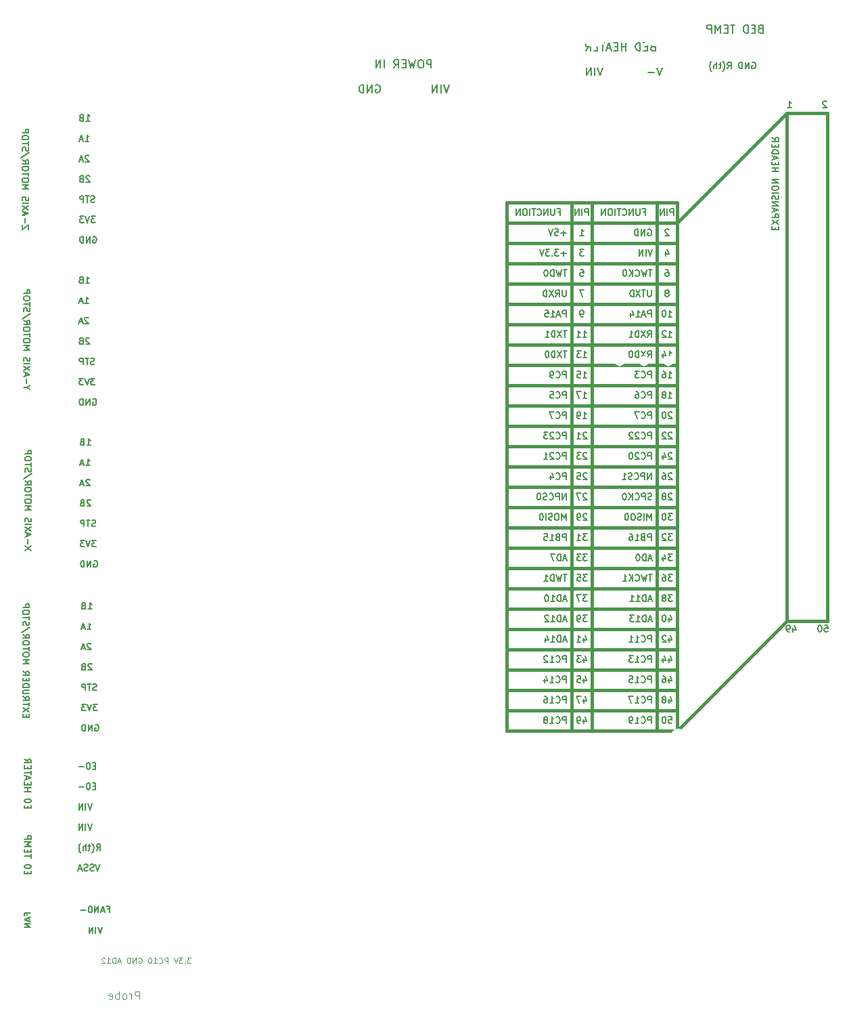
<source format=gbo>
G04 (created by PCBNEW (2013-05-18 BZR 4017)-stable) date Fri 14 Aug 2015 14:23:18 BST*
%MOIN*%
G04 Gerber Fmt 3.4, Leading zero omitted, Abs format*
%FSLAX34Y34*%
G01*
G70*
G90*
G04 APERTURE LIST*
%ADD10C,0.00590551*%
%ADD11C,0.00787402*%
%ADD12C,0.0039*%
%ADD13C,0.0041*%
%ADD14C,0.0059*%
%ADD15C,0.015*%
%ADD16C,0.006*%
%ADD17C,0.0594*%
%ADD18C,0.2169*%
%ADD19R,0.08X0.08*%
%ADD20C,0.08*%
%ADD21C,0.1499*%
%ADD22C,0.12*%
%ADD23C,0.0515*%
%ADD24R,0.0987X0.0987*%
%ADD25C,0.1184*%
%ADD26C,0.1263*%
%ADD27C,0.1066*%
G04 APERTURE END LIST*
G54D10*
G54D11*
X562Y4342D02*
X562Y4447D01*
X727Y4447D02*
X412Y4447D01*
X412Y4297D01*
X637Y4192D02*
X637Y4043D01*
X727Y4222D02*
X412Y4117D01*
X727Y4013D01*
X727Y3908D02*
X412Y3908D01*
X727Y3728D01*
X412Y3728D01*
X4499Y4625D02*
X4604Y4625D01*
X4604Y4460D02*
X4604Y4775D01*
X4454Y4775D01*
X4349Y4550D02*
X4199Y4550D01*
X4379Y4460D02*
X4274Y4775D01*
X4169Y4460D01*
X4064Y4460D02*
X4064Y4775D01*
X3885Y4460D01*
X3885Y4775D01*
X3675Y4775D02*
X3645Y4775D01*
X3615Y4760D01*
X3600Y4745D01*
X3585Y4715D01*
X3570Y4655D01*
X3570Y4580D01*
X3585Y4520D01*
X3600Y4490D01*
X3615Y4475D01*
X3645Y4460D01*
X3675Y4460D01*
X3705Y4475D01*
X3720Y4490D01*
X3735Y4520D01*
X3750Y4580D01*
X3750Y4655D01*
X3735Y4715D01*
X3720Y4745D01*
X3705Y4760D01*
X3675Y4775D01*
X3435Y4580D02*
X3195Y4580D01*
X4244Y3736D02*
X4139Y3421D01*
X4034Y3736D01*
X3929Y3421D02*
X3929Y3736D01*
X3780Y3421D02*
X3780Y3736D01*
X3600Y3421D01*
X3600Y3736D01*
G54D12*
X8610Y2230D02*
X8439Y2230D01*
X8531Y2125D01*
X8492Y2125D01*
X8465Y2112D01*
X8452Y2098D01*
X8439Y2072D01*
X8439Y2006D01*
X8452Y1980D01*
X8465Y1967D01*
X8492Y1954D01*
X8570Y1954D01*
X8597Y1967D01*
X8610Y1980D01*
X8321Y1980D02*
X8308Y1967D01*
X8321Y1954D01*
X8334Y1967D01*
X8321Y1980D01*
X8321Y1954D01*
X8215Y2230D02*
X8045Y2230D01*
X8137Y2125D01*
X8097Y2125D01*
X8071Y2112D01*
X8058Y2098D01*
X8045Y2072D01*
X8045Y2006D01*
X8058Y1980D01*
X8071Y1967D01*
X8097Y1954D01*
X8176Y1954D01*
X8202Y1967D01*
X8215Y1980D01*
X7966Y2230D02*
X7874Y1954D01*
X7782Y2230D01*
X7480Y1954D02*
X7480Y2230D01*
X7374Y2230D01*
X7348Y2217D01*
X7335Y2204D01*
X7322Y2177D01*
X7322Y2138D01*
X7335Y2112D01*
X7348Y2098D01*
X7374Y2085D01*
X7480Y2085D01*
X7046Y1980D02*
X7059Y1967D01*
X7098Y1954D01*
X7125Y1954D01*
X7164Y1967D01*
X7190Y1993D01*
X7204Y2020D01*
X7217Y2072D01*
X7217Y2112D01*
X7204Y2164D01*
X7190Y2190D01*
X7164Y2217D01*
X7125Y2230D01*
X7098Y2230D01*
X7059Y2217D01*
X7046Y2204D01*
X6783Y1954D02*
X6941Y1954D01*
X6862Y1954D02*
X6862Y2230D01*
X6888Y2190D01*
X6914Y2164D01*
X6941Y2151D01*
X6612Y2230D02*
X6586Y2230D01*
X6560Y2217D01*
X6546Y2204D01*
X6533Y2177D01*
X6520Y2125D01*
X6520Y2059D01*
X6533Y2006D01*
X6546Y1980D01*
X6560Y1967D01*
X6586Y1954D01*
X6612Y1954D01*
X6638Y1967D01*
X6652Y1980D01*
X6665Y2006D01*
X6678Y2059D01*
X6678Y2125D01*
X6665Y2177D01*
X6652Y2204D01*
X6638Y2217D01*
X6612Y2230D01*
X6047Y2217D02*
X6073Y2230D01*
X6113Y2230D01*
X6152Y2217D01*
X6178Y2190D01*
X6192Y2164D01*
X6205Y2112D01*
X6205Y2072D01*
X6192Y2020D01*
X6178Y1993D01*
X6152Y1967D01*
X6113Y1954D01*
X6086Y1954D01*
X6047Y1967D01*
X6034Y1980D01*
X6034Y2072D01*
X6086Y2072D01*
X5916Y1954D02*
X5916Y2230D01*
X5758Y1954D01*
X5758Y2230D01*
X5626Y1954D02*
X5626Y2230D01*
X5561Y2230D01*
X5521Y2217D01*
X5495Y2190D01*
X5482Y2164D01*
X5469Y2112D01*
X5469Y2072D01*
X5482Y2020D01*
X5495Y1993D01*
X5521Y1967D01*
X5561Y1954D01*
X5626Y1954D01*
X5153Y2033D02*
X5022Y2033D01*
X5179Y1954D02*
X5087Y2230D01*
X4995Y1954D01*
X4904Y1954D02*
X4904Y2230D01*
X4838Y2230D01*
X4798Y2217D01*
X4772Y2190D01*
X4759Y2164D01*
X4746Y2112D01*
X4746Y2072D01*
X4759Y2020D01*
X4772Y1993D01*
X4798Y1967D01*
X4838Y1954D01*
X4904Y1954D01*
X4483Y1954D02*
X4641Y1954D01*
X4562Y1954D02*
X4562Y2230D01*
X4588Y2190D01*
X4614Y2164D01*
X4641Y2151D01*
X4378Y2204D02*
X4365Y2217D01*
X4338Y2230D01*
X4273Y2230D01*
X4246Y2217D01*
X4233Y2204D01*
X4220Y2177D01*
X4220Y2151D01*
X4233Y2112D01*
X4391Y1954D01*
X4220Y1954D01*
G54D13*
X6078Y191D02*
X6078Y585D01*
X5928Y585D01*
X5890Y566D01*
X5872Y548D01*
X5853Y510D01*
X5853Y454D01*
X5872Y416D01*
X5890Y397D01*
X5928Y379D01*
X6078Y379D01*
X5684Y191D02*
X5684Y454D01*
X5684Y379D02*
X5665Y416D01*
X5646Y435D01*
X5609Y454D01*
X5571Y454D01*
X5384Y191D02*
X5421Y210D01*
X5440Y229D01*
X5459Y266D01*
X5459Y379D01*
X5440Y416D01*
X5421Y435D01*
X5384Y454D01*
X5328Y454D01*
X5290Y435D01*
X5271Y416D01*
X5252Y379D01*
X5252Y266D01*
X5271Y229D01*
X5290Y210D01*
X5328Y191D01*
X5384Y191D01*
X5084Y191D02*
X5084Y585D01*
X5084Y435D02*
X5046Y454D01*
X4971Y454D01*
X4934Y435D01*
X4915Y416D01*
X4896Y379D01*
X4896Y266D01*
X4915Y229D01*
X4934Y210D01*
X4971Y191D01*
X5046Y191D01*
X5084Y210D01*
X4577Y210D02*
X4615Y191D01*
X4690Y191D01*
X4727Y210D01*
X4746Y247D01*
X4746Y397D01*
X4727Y435D01*
X4690Y454D01*
X4615Y454D01*
X4577Y435D01*
X4558Y397D01*
X4558Y360D01*
X4746Y322D01*
G54D14*
X3555Y19390D02*
X3735Y19390D01*
X3645Y19390D02*
X3645Y19705D01*
X3675Y19660D01*
X3705Y19630D01*
X3735Y19615D01*
X3315Y19555D02*
X3270Y19540D01*
X3255Y19525D01*
X3240Y19495D01*
X3240Y19450D01*
X3255Y19420D01*
X3270Y19405D01*
X3300Y19390D01*
X3420Y19390D01*
X3420Y19705D01*
X3315Y19705D01*
X3285Y19690D01*
X3270Y19675D01*
X3255Y19645D01*
X3255Y19615D01*
X3270Y19585D01*
X3285Y19570D01*
X3315Y19555D01*
X3420Y19555D01*
X3510Y18390D02*
X3690Y18390D01*
X3600Y18390D02*
X3600Y18705D01*
X3630Y18660D01*
X3660Y18630D01*
X3690Y18615D01*
X3390Y18480D02*
X3240Y18480D01*
X3420Y18390D02*
X3315Y18705D01*
X3210Y18390D01*
X3690Y17675D02*
X3675Y17690D01*
X3645Y17705D01*
X3570Y17705D01*
X3540Y17690D01*
X3525Y17675D01*
X3510Y17645D01*
X3510Y17615D01*
X3525Y17570D01*
X3705Y17390D01*
X3510Y17390D01*
X3390Y17480D02*
X3240Y17480D01*
X3420Y17390D02*
X3315Y17705D01*
X3210Y17390D01*
X3735Y16675D02*
X3720Y16690D01*
X3690Y16705D01*
X3615Y16705D01*
X3585Y16690D01*
X3570Y16675D01*
X3555Y16645D01*
X3555Y16615D01*
X3570Y16570D01*
X3750Y16390D01*
X3555Y16390D01*
X3315Y16555D02*
X3270Y16540D01*
X3255Y16525D01*
X3240Y16495D01*
X3240Y16450D01*
X3255Y16420D01*
X3270Y16405D01*
X3300Y16390D01*
X3420Y16390D01*
X3420Y16705D01*
X3315Y16705D01*
X3285Y16690D01*
X3270Y16675D01*
X3255Y16645D01*
X3255Y16615D01*
X3270Y16585D01*
X3285Y16570D01*
X3315Y16555D01*
X3420Y16555D01*
X3975Y15405D02*
X3930Y15390D01*
X3855Y15390D01*
X3825Y15405D01*
X3810Y15420D01*
X3795Y15450D01*
X3795Y15480D01*
X3810Y15510D01*
X3825Y15525D01*
X3855Y15540D01*
X3915Y15555D01*
X3945Y15570D01*
X3960Y15585D01*
X3975Y15615D01*
X3975Y15645D01*
X3960Y15675D01*
X3945Y15690D01*
X3915Y15705D01*
X3840Y15705D01*
X3795Y15690D01*
X3705Y15705D02*
X3525Y15705D01*
X3615Y15390D02*
X3615Y15705D01*
X3420Y15390D02*
X3420Y15705D01*
X3300Y15705D01*
X3270Y15690D01*
X3255Y15675D01*
X3240Y15645D01*
X3240Y15600D01*
X3255Y15570D01*
X3270Y15555D01*
X3300Y15540D01*
X3420Y15540D01*
X4005Y14705D02*
X3810Y14705D01*
X3915Y14585D01*
X3870Y14585D01*
X3840Y14570D01*
X3825Y14555D01*
X3810Y14525D01*
X3810Y14450D01*
X3825Y14420D01*
X3840Y14405D01*
X3870Y14390D01*
X3960Y14390D01*
X3990Y14405D01*
X4005Y14420D01*
X3720Y14705D02*
X3615Y14390D01*
X3510Y14705D01*
X3435Y14705D02*
X3240Y14705D01*
X3345Y14585D01*
X3300Y14585D01*
X3270Y14570D01*
X3255Y14555D01*
X3240Y14525D01*
X3240Y14450D01*
X3255Y14420D01*
X3270Y14405D01*
X3300Y14390D01*
X3390Y14390D01*
X3420Y14405D01*
X3435Y14420D01*
X3900Y13690D02*
X3930Y13705D01*
X3975Y13705D01*
X4020Y13690D01*
X4050Y13660D01*
X4065Y13630D01*
X4080Y13570D01*
X4080Y13525D01*
X4065Y13465D01*
X4050Y13435D01*
X4020Y13405D01*
X3975Y13390D01*
X3945Y13390D01*
X3900Y13405D01*
X3885Y13420D01*
X3885Y13525D01*
X3945Y13525D01*
X3750Y13390D02*
X3750Y13705D01*
X3570Y13390D01*
X3570Y13705D01*
X3420Y13390D02*
X3420Y13705D01*
X3345Y13705D01*
X3300Y13690D01*
X3270Y13660D01*
X3255Y13630D01*
X3240Y13570D01*
X3240Y13525D01*
X3255Y13465D01*
X3270Y13435D01*
X3300Y13405D01*
X3345Y13390D01*
X3420Y13390D01*
X3499Y27456D02*
X3679Y27456D01*
X3589Y27456D02*
X3589Y27771D01*
X3619Y27726D01*
X3649Y27696D01*
X3679Y27681D01*
X3259Y27621D02*
X3214Y27606D01*
X3199Y27591D01*
X3184Y27561D01*
X3184Y27516D01*
X3199Y27486D01*
X3214Y27471D01*
X3244Y27456D01*
X3364Y27456D01*
X3364Y27771D01*
X3259Y27771D01*
X3229Y27756D01*
X3214Y27741D01*
X3199Y27711D01*
X3199Y27681D01*
X3214Y27651D01*
X3229Y27636D01*
X3259Y27621D01*
X3364Y27621D01*
X3454Y26456D02*
X3634Y26456D01*
X3544Y26456D02*
X3544Y26771D01*
X3574Y26726D01*
X3604Y26696D01*
X3634Y26681D01*
X3334Y26546D02*
X3184Y26546D01*
X3364Y26456D02*
X3259Y26771D01*
X3154Y26456D01*
X3634Y25741D02*
X3619Y25756D01*
X3589Y25771D01*
X3514Y25771D01*
X3484Y25756D01*
X3469Y25741D01*
X3454Y25711D01*
X3454Y25681D01*
X3469Y25636D01*
X3649Y25456D01*
X3454Y25456D01*
X3334Y25546D02*
X3184Y25546D01*
X3364Y25456D02*
X3259Y25771D01*
X3154Y25456D01*
X3679Y24741D02*
X3664Y24756D01*
X3634Y24771D01*
X3559Y24771D01*
X3529Y24756D01*
X3514Y24741D01*
X3499Y24711D01*
X3499Y24681D01*
X3514Y24636D01*
X3694Y24456D01*
X3499Y24456D01*
X3259Y24621D02*
X3214Y24606D01*
X3199Y24591D01*
X3184Y24561D01*
X3184Y24516D01*
X3199Y24486D01*
X3214Y24471D01*
X3244Y24456D01*
X3364Y24456D01*
X3364Y24771D01*
X3259Y24771D01*
X3229Y24756D01*
X3214Y24741D01*
X3199Y24711D01*
X3199Y24681D01*
X3214Y24651D01*
X3229Y24636D01*
X3259Y24621D01*
X3364Y24621D01*
X3919Y23471D02*
X3874Y23456D01*
X3799Y23456D01*
X3769Y23471D01*
X3754Y23486D01*
X3739Y23516D01*
X3739Y23546D01*
X3754Y23576D01*
X3769Y23591D01*
X3799Y23606D01*
X3859Y23621D01*
X3889Y23636D01*
X3904Y23651D01*
X3919Y23681D01*
X3919Y23711D01*
X3904Y23741D01*
X3889Y23756D01*
X3859Y23771D01*
X3784Y23771D01*
X3739Y23756D01*
X3649Y23771D02*
X3469Y23771D01*
X3559Y23456D02*
X3559Y23771D01*
X3364Y23456D02*
X3364Y23771D01*
X3244Y23771D01*
X3214Y23756D01*
X3199Y23741D01*
X3184Y23711D01*
X3184Y23666D01*
X3199Y23636D01*
X3214Y23621D01*
X3244Y23606D01*
X3364Y23606D01*
X3949Y22771D02*
X3754Y22771D01*
X3859Y22651D01*
X3814Y22651D01*
X3784Y22636D01*
X3769Y22621D01*
X3754Y22591D01*
X3754Y22516D01*
X3769Y22486D01*
X3784Y22471D01*
X3814Y22456D01*
X3904Y22456D01*
X3934Y22471D01*
X3949Y22486D01*
X3664Y22771D02*
X3559Y22456D01*
X3454Y22771D01*
X3379Y22771D02*
X3184Y22771D01*
X3289Y22651D01*
X3244Y22651D01*
X3214Y22636D01*
X3199Y22621D01*
X3184Y22591D01*
X3184Y22516D01*
X3199Y22486D01*
X3214Y22471D01*
X3244Y22456D01*
X3334Y22456D01*
X3364Y22471D01*
X3379Y22486D01*
X3844Y21756D02*
X3874Y21771D01*
X3919Y21771D01*
X3964Y21756D01*
X3994Y21726D01*
X4009Y21696D01*
X4024Y21636D01*
X4024Y21591D01*
X4009Y21531D01*
X3994Y21501D01*
X3964Y21471D01*
X3919Y21456D01*
X3889Y21456D01*
X3844Y21471D01*
X3829Y21486D01*
X3829Y21591D01*
X3889Y21591D01*
X3694Y21456D02*
X3694Y21771D01*
X3514Y21456D01*
X3514Y21771D01*
X3364Y21456D02*
X3364Y21771D01*
X3289Y21771D01*
X3244Y21756D01*
X3214Y21726D01*
X3199Y21696D01*
X3184Y21636D01*
X3184Y21591D01*
X3199Y21531D01*
X3214Y21501D01*
X3244Y21471D01*
X3289Y21456D01*
X3364Y21456D01*
X3439Y35436D02*
X3619Y35436D01*
X3529Y35436D02*
X3529Y35751D01*
X3559Y35706D01*
X3589Y35676D01*
X3619Y35661D01*
X3199Y35601D02*
X3154Y35586D01*
X3139Y35571D01*
X3124Y35541D01*
X3124Y35496D01*
X3139Y35466D01*
X3154Y35451D01*
X3184Y35436D01*
X3304Y35436D01*
X3304Y35751D01*
X3199Y35751D01*
X3169Y35736D01*
X3154Y35721D01*
X3139Y35691D01*
X3139Y35661D01*
X3154Y35631D01*
X3169Y35616D01*
X3199Y35601D01*
X3304Y35601D01*
X3394Y34436D02*
X3574Y34436D01*
X3484Y34436D02*
X3484Y34751D01*
X3514Y34706D01*
X3544Y34676D01*
X3574Y34661D01*
X3274Y34526D02*
X3124Y34526D01*
X3304Y34436D02*
X3199Y34751D01*
X3094Y34436D01*
X3574Y33721D02*
X3559Y33736D01*
X3529Y33751D01*
X3454Y33751D01*
X3424Y33736D01*
X3409Y33721D01*
X3394Y33691D01*
X3394Y33661D01*
X3409Y33616D01*
X3589Y33436D01*
X3394Y33436D01*
X3274Y33526D02*
X3124Y33526D01*
X3304Y33436D02*
X3199Y33751D01*
X3094Y33436D01*
X3619Y32721D02*
X3604Y32736D01*
X3574Y32751D01*
X3499Y32751D01*
X3469Y32736D01*
X3454Y32721D01*
X3439Y32691D01*
X3439Y32661D01*
X3454Y32616D01*
X3634Y32436D01*
X3439Y32436D01*
X3199Y32601D02*
X3154Y32586D01*
X3139Y32571D01*
X3124Y32541D01*
X3124Y32496D01*
X3139Y32466D01*
X3154Y32451D01*
X3184Y32436D01*
X3304Y32436D01*
X3304Y32751D01*
X3199Y32751D01*
X3169Y32736D01*
X3154Y32721D01*
X3139Y32691D01*
X3139Y32661D01*
X3154Y32631D01*
X3169Y32616D01*
X3199Y32601D01*
X3304Y32601D01*
X3859Y31451D02*
X3814Y31436D01*
X3739Y31436D01*
X3709Y31451D01*
X3694Y31466D01*
X3679Y31496D01*
X3679Y31526D01*
X3694Y31556D01*
X3709Y31571D01*
X3739Y31586D01*
X3799Y31601D01*
X3829Y31616D01*
X3844Y31631D01*
X3859Y31661D01*
X3859Y31691D01*
X3844Y31721D01*
X3829Y31736D01*
X3799Y31751D01*
X3724Y31751D01*
X3679Y31736D01*
X3589Y31751D02*
X3409Y31751D01*
X3499Y31436D02*
X3499Y31751D01*
X3304Y31436D02*
X3304Y31751D01*
X3184Y31751D01*
X3154Y31736D01*
X3139Y31721D01*
X3124Y31691D01*
X3124Y31646D01*
X3139Y31616D01*
X3154Y31601D01*
X3184Y31586D01*
X3304Y31586D01*
X3889Y30751D02*
X3694Y30751D01*
X3799Y30631D01*
X3754Y30631D01*
X3724Y30616D01*
X3709Y30601D01*
X3694Y30571D01*
X3694Y30496D01*
X3709Y30466D01*
X3724Y30451D01*
X3754Y30436D01*
X3844Y30436D01*
X3874Y30451D01*
X3889Y30466D01*
X3604Y30751D02*
X3499Y30436D01*
X3394Y30751D01*
X3319Y30751D02*
X3124Y30751D01*
X3229Y30631D01*
X3184Y30631D01*
X3154Y30616D01*
X3139Y30601D01*
X3124Y30571D01*
X3124Y30496D01*
X3139Y30466D01*
X3154Y30451D01*
X3184Y30436D01*
X3274Y30436D01*
X3304Y30451D01*
X3319Y30466D01*
X3784Y29736D02*
X3814Y29751D01*
X3859Y29751D01*
X3904Y29736D01*
X3934Y29706D01*
X3949Y29676D01*
X3964Y29616D01*
X3964Y29571D01*
X3949Y29511D01*
X3934Y29481D01*
X3904Y29451D01*
X3859Y29436D01*
X3829Y29436D01*
X3784Y29451D01*
X3769Y29466D01*
X3769Y29571D01*
X3829Y29571D01*
X3634Y29436D02*
X3634Y29751D01*
X3454Y29436D01*
X3454Y29751D01*
X3304Y29436D02*
X3304Y29751D01*
X3229Y29751D01*
X3184Y29736D01*
X3154Y29706D01*
X3139Y29676D01*
X3124Y29616D01*
X3124Y29571D01*
X3139Y29511D01*
X3154Y29481D01*
X3184Y29451D01*
X3229Y29436D01*
X3304Y29436D01*
X3455Y43420D02*
X3635Y43420D01*
X3545Y43420D02*
X3545Y43735D01*
X3575Y43690D01*
X3605Y43660D01*
X3635Y43645D01*
X3215Y43585D02*
X3170Y43570D01*
X3155Y43555D01*
X3140Y43525D01*
X3140Y43480D01*
X3155Y43450D01*
X3170Y43435D01*
X3200Y43420D01*
X3320Y43420D01*
X3320Y43735D01*
X3215Y43735D01*
X3185Y43720D01*
X3170Y43705D01*
X3155Y43675D01*
X3155Y43645D01*
X3170Y43615D01*
X3185Y43600D01*
X3215Y43585D01*
X3320Y43585D01*
X3410Y42420D02*
X3590Y42420D01*
X3500Y42420D02*
X3500Y42735D01*
X3530Y42690D01*
X3560Y42660D01*
X3590Y42645D01*
X3290Y42510D02*
X3140Y42510D01*
X3320Y42420D02*
X3215Y42735D01*
X3110Y42420D01*
X3590Y41705D02*
X3575Y41720D01*
X3545Y41735D01*
X3470Y41735D01*
X3440Y41720D01*
X3425Y41705D01*
X3410Y41675D01*
X3410Y41645D01*
X3425Y41600D01*
X3605Y41420D01*
X3410Y41420D01*
X3290Y41510D02*
X3140Y41510D01*
X3320Y41420D02*
X3215Y41735D01*
X3110Y41420D01*
X3635Y40705D02*
X3620Y40720D01*
X3590Y40735D01*
X3515Y40735D01*
X3485Y40720D01*
X3470Y40705D01*
X3455Y40675D01*
X3455Y40645D01*
X3470Y40600D01*
X3650Y40420D01*
X3455Y40420D01*
X3215Y40585D02*
X3170Y40570D01*
X3155Y40555D01*
X3140Y40525D01*
X3140Y40480D01*
X3155Y40450D01*
X3170Y40435D01*
X3200Y40420D01*
X3320Y40420D01*
X3320Y40735D01*
X3215Y40735D01*
X3185Y40720D01*
X3170Y40705D01*
X3155Y40675D01*
X3155Y40645D01*
X3170Y40615D01*
X3185Y40600D01*
X3215Y40585D01*
X3320Y40585D01*
X3875Y39435D02*
X3830Y39420D01*
X3755Y39420D01*
X3725Y39435D01*
X3710Y39450D01*
X3695Y39480D01*
X3695Y39510D01*
X3710Y39540D01*
X3725Y39555D01*
X3755Y39570D01*
X3815Y39585D01*
X3845Y39600D01*
X3860Y39615D01*
X3875Y39645D01*
X3875Y39675D01*
X3860Y39705D01*
X3845Y39720D01*
X3815Y39735D01*
X3740Y39735D01*
X3695Y39720D01*
X3605Y39735D02*
X3425Y39735D01*
X3515Y39420D02*
X3515Y39735D01*
X3320Y39420D02*
X3320Y39735D01*
X3200Y39735D01*
X3170Y39720D01*
X3155Y39705D01*
X3140Y39675D01*
X3140Y39630D01*
X3155Y39600D01*
X3170Y39585D01*
X3200Y39570D01*
X3320Y39570D01*
X3905Y38735D02*
X3710Y38735D01*
X3815Y38615D01*
X3770Y38615D01*
X3740Y38600D01*
X3725Y38585D01*
X3710Y38555D01*
X3710Y38480D01*
X3725Y38450D01*
X3740Y38435D01*
X3770Y38420D01*
X3860Y38420D01*
X3890Y38435D01*
X3905Y38450D01*
X3620Y38735D02*
X3515Y38420D01*
X3410Y38735D01*
X3335Y38735D02*
X3140Y38735D01*
X3245Y38615D01*
X3200Y38615D01*
X3170Y38600D01*
X3155Y38585D01*
X3140Y38555D01*
X3140Y38480D01*
X3155Y38450D01*
X3170Y38435D01*
X3200Y38420D01*
X3290Y38420D01*
X3320Y38435D01*
X3335Y38450D01*
X3800Y37720D02*
X3830Y37735D01*
X3875Y37735D01*
X3920Y37720D01*
X3950Y37690D01*
X3965Y37660D01*
X3980Y37600D01*
X3980Y37555D01*
X3965Y37495D01*
X3950Y37465D01*
X3920Y37435D01*
X3875Y37420D01*
X3845Y37420D01*
X3800Y37435D01*
X3785Y37450D01*
X3785Y37555D01*
X3845Y37555D01*
X3650Y37420D02*
X3650Y37735D01*
X3470Y37420D01*
X3470Y37735D01*
X3320Y37420D02*
X3320Y37735D01*
X3245Y37735D01*
X3200Y37720D01*
X3170Y37690D01*
X3155Y37660D01*
X3140Y37600D01*
X3140Y37555D01*
X3155Y37495D01*
X3170Y37465D01*
X3200Y37435D01*
X3245Y37420D01*
X3320Y37420D01*
G54D15*
X24179Y13400D02*
X32579Y13400D01*
X32579Y14400D02*
X24179Y14400D01*
X24179Y15400D02*
X32579Y15400D01*
X32579Y16400D02*
X24179Y16400D01*
X24179Y17400D02*
X32579Y17400D01*
X32579Y18400D02*
X24179Y18400D01*
X24179Y19400D02*
X32579Y19400D01*
X32579Y20400D02*
X24179Y20400D01*
X24179Y21400D02*
X32579Y21400D01*
X32579Y22400D02*
X24179Y22400D01*
X24179Y23400D02*
X32579Y23400D01*
X32579Y24400D02*
X24179Y24400D01*
X24179Y25400D02*
X32579Y25400D01*
X32579Y26400D02*
X24179Y26400D01*
X24179Y27400D02*
X32579Y27400D01*
X32579Y28400D02*
X24179Y28400D01*
X24179Y29400D02*
X32579Y29400D01*
X32579Y30400D02*
X24179Y30400D01*
X24179Y31400D02*
X32579Y31400D01*
X32579Y32400D02*
X24179Y32400D01*
X24179Y33400D02*
X32579Y33400D01*
X32579Y34400D02*
X24179Y34400D01*
X24179Y35400D02*
X32579Y35400D01*
X32579Y36400D02*
X24179Y36400D01*
X24179Y37400D02*
X32579Y37400D01*
X32579Y38400D02*
X24179Y38400D01*
X24179Y39400D02*
X32579Y39400D01*
G54D14*
X39939Y44357D02*
X39924Y44372D01*
X39894Y44387D01*
X39819Y44387D01*
X39789Y44372D01*
X39774Y44357D01*
X39759Y44327D01*
X39759Y44297D01*
X39774Y44252D01*
X39954Y44072D01*
X39759Y44072D01*
X38019Y44072D02*
X38199Y44072D01*
X38109Y44072D02*
X38109Y44387D01*
X38139Y44342D01*
X38169Y44312D01*
X38199Y44297D01*
G54D15*
X28379Y39400D02*
X28379Y13400D01*
X31579Y13400D02*
X31579Y39400D01*
X32579Y39400D02*
X32579Y13400D01*
X27379Y13400D02*
X27379Y39400D01*
X24179Y39400D02*
X24179Y13400D01*
G54D14*
X31139Y38072D02*
X31169Y38087D01*
X31214Y38087D01*
X31259Y38072D01*
X31289Y38042D01*
X31304Y38012D01*
X31319Y37952D01*
X31319Y37907D01*
X31304Y37847D01*
X31289Y37817D01*
X31259Y37787D01*
X31214Y37772D01*
X31184Y37772D01*
X31139Y37787D01*
X31124Y37802D01*
X31124Y37907D01*
X31184Y37907D01*
X30989Y37772D02*
X30989Y38087D01*
X30809Y37772D01*
X30809Y38087D01*
X30659Y37772D02*
X30659Y38087D01*
X30584Y38087D01*
X30539Y38072D01*
X30509Y38042D01*
X30494Y38012D01*
X30479Y37952D01*
X30479Y37907D01*
X30494Y37847D01*
X30509Y37817D01*
X30539Y37787D01*
X30584Y37772D01*
X30659Y37772D01*
X31349Y37087D02*
X31244Y36772D01*
X31139Y37087D01*
X31034Y36772D02*
X31034Y37087D01*
X30884Y36772D02*
X30884Y37087D01*
X30704Y36772D01*
X30704Y37087D01*
X31349Y36087D02*
X31169Y36087D01*
X31259Y35772D02*
X31259Y36087D01*
X31094Y36087D02*
X31019Y35772D01*
X30959Y35997D01*
X30899Y35772D01*
X30824Y36087D01*
X30524Y35802D02*
X30539Y35787D01*
X30584Y35772D01*
X30614Y35772D01*
X30659Y35787D01*
X30689Y35817D01*
X30704Y35847D01*
X30719Y35907D01*
X30719Y35952D01*
X30704Y36012D01*
X30689Y36042D01*
X30659Y36072D01*
X30614Y36087D01*
X30584Y36087D01*
X30539Y36072D01*
X30524Y36057D01*
X30389Y35772D02*
X30389Y36087D01*
X30209Y35772D02*
X30344Y35952D01*
X30209Y36087D02*
X30389Y35907D01*
X30014Y36087D02*
X29984Y36087D01*
X29954Y36072D01*
X29939Y36057D01*
X29924Y36027D01*
X29909Y35967D01*
X29909Y35892D01*
X29924Y35832D01*
X29939Y35802D01*
X29954Y35787D01*
X29984Y35772D01*
X30014Y35772D01*
X30044Y35787D01*
X30059Y35802D01*
X30074Y35832D01*
X30089Y35892D01*
X30089Y35967D01*
X30074Y36027D01*
X30059Y36057D01*
X30044Y36072D01*
X30014Y36087D01*
X31304Y35087D02*
X31304Y34832D01*
X31289Y34802D01*
X31274Y34787D01*
X31244Y34772D01*
X31184Y34772D01*
X31154Y34787D01*
X31139Y34802D01*
X31124Y34832D01*
X31124Y35087D01*
X31019Y35087D02*
X30839Y35087D01*
X30929Y34772D02*
X30929Y35087D01*
X30764Y35087D02*
X30554Y34772D01*
X30554Y35087D02*
X30764Y34772D01*
X30434Y34772D02*
X30434Y35087D01*
X30359Y35087D01*
X30314Y35072D01*
X30284Y35042D01*
X30269Y35012D01*
X30254Y34952D01*
X30254Y34907D01*
X30269Y34847D01*
X30284Y34817D01*
X30314Y34787D01*
X30359Y34772D01*
X30434Y34772D01*
X31304Y33772D02*
X31304Y34087D01*
X31184Y34087D01*
X31154Y34072D01*
X31139Y34057D01*
X31124Y34027D01*
X31124Y33982D01*
X31139Y33952D01*
X31154Y33937D01*
X31184Y33922D01*
X31304Y33922D01*
X31004Y33862D02*
X30854Y33862D01*
X31034Y33772D02*
X30929Y34087D01*
X30824Y33772D01*
X30554Y33772D02*
X30734Y33772D01*
X30644Y33772D02*
X30644Y34087D01*
X30674Y34042D01*
X30704Y34012D01*
X30734Y33997D01*
X30284Y33982D02*
X30284Y33772D01*
X30359Y34102D02*
X30434Y33877D01*
X30239Y33877D01*
X31124Y32772D02*
X31229Y32922D01*
X31304Y32772D02*
X31304Y33087D01*
X31184Y33087D01*
X31154Y33072D01*
X31139Y33057D01*
X31124Y33027D01*
X31124Y32982D01*
X31139Y32952D01*
X31154Y32937D01*
X31184Y32922D01*
X31304Y32922D01*
X31019Y33087D02*
X30809Y32772D01*
X30809Y33087D02*
X31019Y32772D01*
X30689Y32772D02*
X30689Y33087D01*
X30614Y33087D01*
X30569Y33072D01*
X30539Y33042D01*
X30524Y33012D01*
X30509Y32952D01*
X30509Y32907D01*
X30524Y32847D01*
X30539Y32817D01*
X30569Y32787D01*
X30614Y32772D01*
X30689Y32772D01*
X30209Y32772D02*
X30389Y32772D01*
X30299Y32772D02*
X30299Y33087D01*
X30329Y33042D01*
X30359Y33012D01*
X30389Y32997D01*
X31124Y31772D02*
X31229Y31922D01*
X31304Y31772D02*
X31304Y32087D01*
X31184Y32087D01*
X31154Y32072D01*
X31139Y32057D01*
X31124Y32027D01*
X31124Y31982D01*
X31139Y31952D01*
X31154Y31937D01*
X31184Y31922D01*
X31304Y31922D01*
X31019Y32087D02*
X30809Y31772D01*
X30809Y32087D02*
X31019Y31772D01*
X30689Y31772D02*
X30689Y32087D01*
X30614Y32087D01*
X30569Y32072D01*
X30539Y32042D01*
X30524Y32012D01*
X30509Y31952D01*
X30509Y31907D01*
X30524Y31847D01*
X30539Y31817D01*
X30569Y31787D01*
X30614Y31772D01*
X30689Y31772D01*
X30314Y32087D02*
X30284Y32087D01*
X30254Y32072D01*
X30239Y32057D01*
X30224Y32027D01*
X30209Y31967D01*
X30209Y31892D01*
X30224Y31832D01*
X30239Y31802D01*
X30254Y31787D01*
X30284Y31772D01*
X30314Y31772D01*
X30344Y31787D01*
X30359Y31802D01*
X30374Y31832D01*
X30389Y31892D01*
X30389Y31967D01*
X30374Y32027D01*
X30359Y32057D01*
X30344Y32072D01*
X30314Y32087D01*
X31304Y30772D02*
X31304Y31087D01*
X31184Y31087D01*
X31154Y31072D01*
X31139Y31057D01*
X31124Y31027D01*
X31124Y30982D01*
X31139Y30952D01*
X31154Y30937D01*
X31184Y30922D01*
X31304Y30922D01*
X30809Y30802D02*
X30824Y30787D01*
X30869Y30772D01*
X30899Y30772D01*
X30944Y30787D01*
X30974Y30817D01*
X30989Y30847D01*
X31004Y30907D01*
X31004Y30952D01*
X30989Y31012D01*
X30974Y31042D01*
X30944Y31072D01*
X30899Y31087D01*
X30869Y31087D01*
X30824Y31072D01*
X30809Y31057D01*
X30704Y31087D02*
X30509Y31087D01*
X30614Y30967D01*
X30569Y30967D01*
X30539Y30952D01*
X30524Y30937D01*
X30509Y30907D01*
X30509Y30832D01*
X30524Y30802D01*
X30539Y30787D01*
X30569Y30772D01*
X30659Y30772D01*
X30689Y30787D01*
X30704Y30802D01*
X31304Y29772D02*
X31304Y30087D01*
X31184Y30087D01*
X31154Y30072D01*
X31139Y30057D01*
X31124Y30027D01*
X31124Y29982D01*
X31139Y29952D01*
X31154Y29937D01*
X31184Y29922D01*
X31304Y29922D01*
X30809Y29802D02*
X30824Y29787D01*
X30869Y29772D01*
X30899Y29772D01*
X30944Y29787D01*
X30974Y29817D01*
X30989Y29847D01*
X31004Y29907D01*
X31004Y29952D01*
X30989Y30012D01*
X30974Y30042D01*
X30944Y30072D01*
X30899Y30087D01*
X30869Y30087D01*
X30824Y30072D01*
X30809Y30057D01*
X30539Y30087D02*
X30599Y30087D01*
X30629Y30072D01*
X30644Y30057D01*
X30674Y30012D01*
X30689Y29952D01*
X30689Y29832D01*
X30674Y29802D01*
X30659Y29787D01*
X30629Y29772D01*
X30569Y29772D01*
X30539Y29787D01*
X30524Y29802D01*
X30509Y29832D01*
X30509Y29907D01*
X30524Y29937D01*
X30539Y29952D01*
X30569Y29967D01*
X30629Y29967D01*
X30659Y29952D01*
X30674Y29937D01*
X30689Y29907D01*
X31304Y28772D02*
X31304Y29087D01*
X31184Y29087D01*
X31154Y29072D01*
X31139Y29057D01*
X31124Y29027D01*
X31124Y28982D01*
X31139Y28952D01*
X31154Y28937D01*
X31184Y28922D01*
X31304Y28922D01*
X30809Y28802D02*
X30824Y28787D01*
X30869Y28772D01*
X30899Y28772D01*
X30944Y28787D01*
X30974Y28817D01*
X30989Y28847D01*
X31004Y28907D01*
X31004Y28952D01*
X30989Y29012D01*
X30974Y29042D01*
X30944Y29072D01*
X30899Y29087D01*
X30869Y29087D01*
X30824Y29072D01*
X30809Y29057D01*
X30704Y29087D02*
X30494Y29087D01*
X30629Y28772D01*
X31304Y27772D02*
X31304Y28087D01*
X31184Y28087D01*
X31154Y28072D01*
X31139Y28057D01*
X31124Y28027D01*
X31124Y27982D01*
X31139Y27952D01*
X31154Y27937D01*
X31184Y27922D01*
X31304Y27922D01*
X30809Y27802D02*
X30824Y27787D01*
X30869Y27772D01*
X30899Y27772D01*
X30944Y27787D01*
X30974Y27817D01*
X30989Y27847D01*
X31004Y27907D01*
X31004Y27952D01*
X30989Y28012D01*
X30974Y28042D01*
X30944Y28072D01*
X30899Y28087D01*
X30869Y28087D01*
X30824Y28072D01*
X30809Y28057D01*
X30689Y28057D02*
X30674Y28072D01*
X30644Y28087D01*
X30569Y28087D01*
X30539Y28072D01*
X30524Y28057D01*
X30509Y28027D01*
X30509Y27997D01*
X30524Y27952D01*
X30704Y27772D01*
X30509Y27772D01*
X30389Y28057D02*
X30374Y28072D01*
X30344Y28087D01*
X30269Y28087D01*
X30239Y28072D01*
X30224Y28057D01*
X30209Y28027D01*
X30209Y27997D01*
X30224Y27952D01*
X30404Y27772D01*
X30209Y27772D01*
X31304Y26772D02*
X31304Y27087D01*
X31184Y27087D01*
X31154Y27072D01*
X31139Y27057D01*
X31124Y27027D01*
X31124Y26982D01*
X31139Y26952D01*
X31154Y26937D01*
X31184Y26922D01*
X31304Y26922D01*
X30809Y26802D02*
X30824Y26787D01*
X30869Y26772D01*
X30899Y26772D01*
X30944Y26787D01*
X30974Y26817D01*
X30989Y26847D01*
X31004Y26907D01*
X31004Y26952D01*
X30989Y27012D01*
X30974Y27042D01*
X30944Y27072D01*
X30899Y27087D01*
X30869Y27087D01*
X30824Y27072D01*
X30809Y27057D01*
X30689Y27057D02*
X30674Y27072D01*
X30644Y27087D01*
X30569Y27087D01*
X30539Y27072D01*
X30524Y27057D01*
X30509Y27027D01*
X30509Y26997D01*
X30524Y26952D01*
X30704Y26772D01*
X30509Y26772D01*
X30314Y27087D02*
X30284Y27087D01*
X30254Y27072D01*
X30239Y27057D01*
X30224Y27027D01*
X30209Y26967D01*
X30209Y26892D01*
X30224Y26832D01*
X30239Y26802D01*
X30254Y26787D01*
X30284Y26772D01*
X30314Y26772D01*
X30344Y26787D01*
X30359Y26802D01*
X30374Y26832D01*
X30389Y26892D01*
X30389Y26967D01*
X30374Y27027D01*
X30359Y27057D01*
X30344Y27072D01*
X30314Y27087D01*
X31304Y25772D02*
X31304Y26087D01*
X31124Y25772D01*
X31124Y26087D01*
X30974Y25772D02*
X30974Y26087D01*
X30854Y26087D01*
X30824Y26072D01*
X30809Y26057D01*
X30794Y26027D01*
X30794Y25982D01*
X30809Y25952D01*
X30824Y25937D01*
X30854Y25922D01*
X30974Y25922D01*
X30479Y25802D02*
X30494Y25787D01*
X30539Y25772D01*
X30569Y25772D01*
X30614Y25787D01*
X30644Y25817D01*
X30659Y25847D01*
X30674Y25907D01*
X30674Y25952D01*
X30659Y26012D01*
X30644Y26042D01*
X30614Y26072D01*
X30569Y26087D01*
X30539Y26087D01*
X30494Y26072D01*
X30479Y26057D01*
X30359Y25787D02*
X30314Y25772D01*
X30239Y25772D01*
X30209Y25787D01*
X30194Y25802D01*
X30179Y25832D01*
X30179Y25862D01*
X30194Y25892D01*
X30209Y25907D01*
X30239Y25922D01*
X30299Y25937D01*
X30329Y25952D01*
X30344Y25967D01*
X30359Y25997D01*
X30359Y26027D01*
X30344Y26057D01*
X30329Y26072D01*
X30299Y26087D01*
X30224Y26087D01*
X30179Y26072D01*
X29879Y25772D02*
X30059Y25772D01*
X29969Y25772D02*
X29969Y26087D01*
X29999Y26042D01*
X30029Y26012D01*
X30059Y25997D01*
X31319Y24787D02*
X31274Y24772D01*
X31199Y24772D01*
X31169Y24787D01*
X31154Y24802D01*
X31139Y24832D01*
X31139Y24862D01*
X31154Y24892D01*
X31169Y24907D01*
X31199Y24922D01*
X31259Y24937D01*
X31289Y24952D01*
X31304Y24967D01*
X31319Y24997D01*
X31319Y25027D01*
X31304Y25057D01*
X31289Y25072D01*
X31259Y25087D01*
X31184Y25087D01*
X31139Y25072D01*
X31004Y24772D02*
X31004Y25087D01*
X30884Y25087D01*
X30854Y25072D01*
X30839Y25057D01*
X30824Y25027D01*
X30824Y24982D01*
X30839Y24952D01*
X30854Y24937D01*
X30884Y24922D01*
X31004Y24922D01*
X30509Y24802D02*
X30524Y24787D01*
X30569Y24772D01*
X30599Y24772D01*
X30644Y24787D01*
X30674Y24817D01*
X30689Y24847D01*
X30704Y24907D01*
X30704Y24952D01*
X30689Y25012D01*
X30674Y25042D01*
X30644Y25072D01*
X30599Y25087D01*
X30569Y25087D01*
X30524Y25072D01*
X30509Y25057D01*
X30374Y24772D02*
X30374Y25087D01*
X30194Y24772D02*
X30329Y24952D01*
X30194Y25087D02*
X30374Y24907D01*
X29999Y25087D02*
X29969Y25087D01*
X29939Y25072D01*
X29924Y25057D01*
X29909Y25027D01*
X29894Y24967D01*
X29894Y24892D01*
X29909Y24832D01*
X29924Y24802D01*
X29939Y24787D01*
X29969Y24772D01*
X29999Y24772D01*
X30029Y24787D01*
X30044Y24802D01*
X30059Y24832D01*
X30074Y24892D01*
X30074Y24967D01*
X30059Y25027D01*
X30044Y25057D01*
X30029Y25072D01*
X29999Y25087D01*
X31304Y23772D02*
X31304Y24087D01*
X31199Y23862D01*
X31094Y24087D01*
X31094Y23772D01*
X30944Y23772D02*
X30944Y24087D01*
X30809Y23787D02*
X30764Y23772D01*
X30689Y23772D01*
X30659Y23787D01*
X30644Y23802D01*
X30629Y23832D01*
X30629Y23862D01*
X30644Y23892D01*
X30659Y23907D01*
X30689Y23922D01*
X30749Y23937D01*
X30779Y23952D01*
X30794Y23967D01*
X30809Y23997D01*
X30809Y24027D01*
X30794Y24057D01*
X30779Y24072D01*
X30749Y24087D01*
X30674Y24087D01*
X30629Y24072D01*
X30434Y24087D02*
X30374Y24087D01*
X30344Y24072D01*
X30314Y24042D01*
X30299Y23982D01*
X30299Y23877D01*
X30314Y23817D01*
X30344Y23787D01*
X30374Y23772D01*
X30434Y23772D01*
X30464Y23787D01*
X30494Y23817D01*
X30509Y23877D01*
X30509Y23982D01*
X30494Y24042D01*
X30464Y24072D01*
X30434Y24087D01*
X30104Y24087D02*
X30074Y24087D01*
X30044Y24072D01*
X30029Y24057D01*
X30014Y24027D01*
X29999Y23967D01*
X29999Y23892D01*
X30014Y23832D01*
X30029Y23802D01*
X30044Y23787D01*
X30074Y23772D01*
X30104Y23772D01*
X30134Y23787D01*
X30149Y23802D01*
X30164Y23832D01*
X30179Y23892D01*
X30179Y23967D01*
X30164Y24027D01*
X30149Y24057D01*
X30134Y24072D01*
X30104Y24087D01*
X31304Y22772D02*
X31304Y23087D01*
X31184Y23087D01*
X31154Y23072D01*
X31139Y23057D01*
X31124Y23027D01*
X31124Y22982D01*
X31139Y22952D01*
X31154Y22937D01*
X31184Y22922D01*
X31304Y22922D01*
X30884Y22937D02*
X30839Y22922D01*
X30824Y22907D01*
X30809Y22877D01*
X30809Y22832D01*
X30824Y22802D01*
X30839Y22787D01*
X30869Y22772D01*
X30989Y22772D01*
X30989Y23087D01*
X30884Y23087D01*
X30854Y23072D01*
X30839Y23057D01*
X30824Y23027D01*
X30824Y22997D01*
X30839Y22967D01*
X30854Y22952D01*
X30884Y22937D01*
X30989Y22937D01*
X30509Y22772D02*
X30689Y22772D01*
X30599Y22772D02*
X30599Y23087D01*
X30629Y23042D01*
X30659Y23012D01*
X30689Y22997D01*
X30239Y23087D02*
X30299Y23087D01*
X30329Y23072D01*
X30344Y23057D01*
X30374Y23012D01*
X30389Y22952D01*
X30389Y22832D01*
X30374Y22802D01*
X30359Y22787D01*
X30329Y22772D01*
X30269Y22772D01*
X30239Y22787D01*
X30224Y22802D01*
X30209Y22832D01*
X30209Y22907D01*
X30224Y22937D01*
X30239Y22952D01*
X30269Y22967D01*
X30329Y22967D01*
X30359Y22952D01*
X30374Y22937D01*
X30389Y22907D01*
X31319Y21862D02*
X31169Y21862D01*
X31349Y21772D02*
X31244Y22087D01*
X31139Y21772D01*
X31034Y21772D02*
X31034Y22087D01*
X30959Y22087D01*
X30914Y22072D01*
X30884Y22042D01*
X30869Y22012D01*
X30854Y21952D01*
X30854Y21907D01*
X30869Y21847D01*
X30884Y21817D01*
X30914Y21787D01*
X30959Y21772D01*
X31034Y21772D01*
X30659Y22087D02*
X30629Y22087D01*
X30599Y22072D01*
X30584Y22057D01*
X30569Y22027D01*
X30554Y21967D01*
X30554Y21892D01*
X30569Y21832D01*
X30584Y21802D01*
X30599Y21787D01*
X30629Y21772D01*
X30659Y21772D01*
X30689Y21787D01*
X30704Y21802D01*
X30719Y21832D01*
X30734Y21892D01*
X30734Y21967D01*
X30719Y22027D01*
X30704Y22057D01*
X30689Y22072D01*
X30659Y22087D01*
X31349Y21087D02*
X31169Y21087D01*
X31259Y20772D02*
X31259Y21087D01*
X31094Y21087D02*
X31019Y20772D01*
X30959Y20997D01*
X30899Y20772D01*
X30824Y21087D01*
X30524Y20802D02*
X30539Y20787D01*
X30584Y20772D01*
X30614Y20772D01*
X30659Y20787D01*
X30689Y20817D01*
X30704Y20847D01*
X30719Y20907D01*
X30719Y20952D01*
X30704Y21012D01*
X30689Y21042D01*
X30659Y21072D01*
X30614Y21087D01*
X30584Y21087D01*
X30539Y21072D01*
X30524Y21057D01*
X30389Y20772D02*
X30389Y21087D01*
X30209Y20772D02*
X30344Y20952D01*
X30209Y21087D02*
X30389Y20907D01*
X29909Y20772D02*
X30089Y20772D01*
X29999Y20772D02*
X29999Y21087D01*
X30029Y21042D01*
X30059Y21012D01*
X30089Y20997D01*
X31319Y19862D02*
X31169Y19862D01*
X31349Y19772D02*
X31244Y20087D01*
X31139Y19772D01*
X31034Y19772D02*
X31034Y20087D01*
X30959Y20087D01*
X30914Y20072D01*
X30884Y20042D01*
X30869Y20012D01*
X30854Y19952D01*
X30854Y19907D01*
X30869Y19847D01*
X30884Y19817D01*
X30914Y19787D01*
X30959Y19772D01*
X31034Y19772D01*
X30554Y19772D02*
X30734Y19772D01*
X30644Y19772D02*
X30644Y20087D01*
X30674Y20042D01*
X30704Y20012D01*
X30734Y19997D01*
X30254Y19772D02*
X30434Y19772D01*
X30344Y19772D02*
X30344Y20087D01*
X30374Y20042D01*
X30404Y20012D01*
X30434Y19997D01*
X31319Y18862D02*
X31169Y18862D01*
X31349Y18772D02*
X31244Y19087D01*
X31139Y18772D01*
X31034Y18772D02*
X31034Y19087D01*
X30959Y19087D01*
X30914Y19072D01*
X30884Y19042D01*
X30869Y19012D01*
X30854Y18952D01*
X30854Y18907D01*
X30869Y18847D01*
X30884Y18817D01*
X30914Y18787D01*
X30959Y18772D01*
X31034Y18772D01*
X30554Y18772D02*
X30734Y18772D01*
X30644Y18772D02*
X30644Y19087D01*
X30674Y19042D01*
X30704Y19012D01*
X30734Y18997D01*
X30449Y19087D02*
X30254Y19087D01*
X30359Y18967D01*
X30314Y18967D01*
X30284Y18952D01*
X30269Y18937D01*
X30254Y18907D01*
X30254Y18832D01*
X30269Y18802D01*
X30284Y18787D01*
X30314Y18772D01*
X30404Y18772D01*
X30434Y18787D01*
X30449Y18802D01*
X31304Y17772D02*
X31304Y18087D01*
X31184Y18087D01*
X31154Y18072D01*
X31139Y18057D01*
X31124Y18027D01*
X31124Y17982D01*
X31139Y17952D01*
X31154Y17937D01*
X31184Y17922D01*
X31304Y17922D01*
X30809Y17802D02*
X30824Y17787D01*
X30869Y17772D01*
X30899Y17772D01*
X30944Y17787D01*
X30974Y17817D01*
X30989Y17847D01*
X31004Y17907D01*
X31004Y17952D01*
X30989Y18012D01*
X30974Y18042D01*
X30944Y18072D01*
X30899Y18087D01*
X30869Y18087D01*
X30824Y18072D01*
X30809Y18057D01*
X30509Y17772D02*
X30689Y17772D01*
X30599Y17772D02*
X30599Y18087D01*
X30629Y18042D01*
X30659Y18012D01*
X30689Y17997D01*
X30209Y17772D02*
X30389Y17772D01*
X30299Y17772D02*
X30299Y18087D01*
X30329Y18042D01*
X30359Y18012D01*
X30389Y17997D01*
X31304Y16772D02*
X31304Y17087D01*
X31184Y17087D01*
X31154Y17072D01*
X31139Y17057D01*
X31124Y17027D01*
X31124Y16982D01*
X31139Y16952D01*
X31154Y16937D01*
X31184Y16922D01*
X31304Y16922D01*
X30809Y16802D02*
X30824Y16787D01*
X30869Y16772D01*
X30899Y16772D01*
X30944Y16787D01*
X30974Y16817D01*
X30989Y16847D01*
X31004Y16907D01*
X31004Y16952D01*
X30989Y17012D01*
X30974Y17042D01*
X30944Y17072D01*
X30899Y17087D01*
X30869Y17087D01*
X30824Y17072D01*
X30809Y17057D01*
X30509Y16772D02*
X30689Y16772D01*
X30599Y16772D02*
X30599Y17087D01*
X30629Y17042D01*
X30659Y17012D01*
X30689Y16997D01*
X30404Y17087D02*
X30209Y17087D01*
X30314Y16967D01*
X30269Y16967D01*
X30239Y16952D01*
X30224Y16937D01*
X30209Y16907D01*
X30209Y16832D01*
X30224Y16802D01*
X30239Y16787D01*
X30269Y16772D01*
X30359Y16772D01*
X30389Y16787D01*
X30404Y16802D01*
X31304Y15772D02*
X31304Y16087D01*
X31184Y16087D01*
X31154Y16072D01*
X31139Y16057D01*
X31124Y16027D01*
X31124Y15982D01*
X31139Y15952D01*
X31154Y15937D01*
X31184Y15922D01*
X31304Y15922D01*
X30809Y15802D02*
X30824Y15787D01*
X30869Y15772D01*
X30899Y15772D01*
X30944Y15787D01*
X30974Y15817D01*
X30989Y15847D01*
X31004Y15907D01*
X31004Y15952D01*
X30989Y16012D01*
X30974Y16042D01*
X30944Y16072D01*
X30899Y16087D01*
X30869Y16087D01*
X30824Y16072D01*
X30809Y16057D01*
X30509Y15772D02*
X30689Y15772D01*
X30599Y15772D02*
X30599Y16087D01*
X30629Y16042D01*
X30659Y16012D01*
X30689Y15997D01*
X30224Y16087D02*
X30374Y16087D01*
X30389Y15937D01*
X30374Y15952D01*
X30344Y15967D01*
X30269Y15967D01*
X30239Y15952D01*
X30224Y15937D01*
X30209Y15907D01*
X30209Y15832D01*
X30224Y15802D01*
X30239Y15787D01*
X30269Y15772D01*
X30344Y15772D01*
X30374Y15787D01*
X30389Y15802D01*
X31304Y14772D02*
X31304Y15087D01*
X31184Y15087D01*
X31154Y15072D01*
X31139Y15057D01*
X31124Y15027D01*
X31124Y14982D01*
X31139Y14952D01*
X31154Y14937D01*
X31184Y14922D01*
X31304Y14922D01*
X30809Y14802D02*
X30824Y14787D01*
X30869Y14772D01*
X30899Y14772D01*
X30944Y14787D01*
X30974Y14817D01*
X30989Y14847D01*
X31004Y14907D01*
X31004Y14952D01*
X30989Y15012D01*
X30974Y15042D01*
X30944Y15072D01*
X30899Y15087D01*
X30869Y15087D01*
X30824Y15072D01*
X30809Y15057D01*
X30509Y14772D02*
X30689Y14772D01*
X30599Y14772D02*
X30599Y15087D01*
X30629Y15042D01*
X30659Y15012D01*
X30689Y14997D01*
X30404Y15087D02*
X30194Y15087D01*
X30329Y14772D01*
X31304Y13772D02*
X31304Y14087D01*
X31184Y14087D01*
X31154Y14072D01*
X31139Y14057D01*
X31124Y14027D01*
X31124Y13982D01*
X31139Y13952D01*
X31154Y13937D01*
X31184Y13922D01*
X31304Y13922D01*
X30809Y13802D02*
X30824Y13787D01*
X30869Y13772D01*
X30899Y13772D01*
X30944Y13787D01*
X30974Y13817D01*
X30989Y13847D01*
X31004Y13907D01*
X31004Y13952D01*
X30989Y14012D01*
X30974Y14042D01*
X30944Y14072D01*
X30899Y14087D01*
X30869Y14087D01*
X30824Y14072D01*
X30809Y14057D01*
X30509Y13772D02*
X30689Y13772D01*
X30599Y13772D02*
X30599Y14087D01*
X30629Y14042D01*
X30659Y14012D01*
X30689Y13997D01*
X30359Y13772D02*
X30299Y13772D01*
X30269Y13787D01*
X30254Y13802D01*
X30224Y13847D01*
X30209Y13907D01*
X30209Y14027D01*
X30224Y14057D01*
X30239Y14072D01*
X30269Y14087D01*
X30329Y14087D01*
X30359Y14072D01*
X30374Y14057D01*
X30389Y14027D01*
X30389Y13952D01*
X30374Y13922D01*
X30359Y13907D01*
X30329Y13892D01*
X30269Y13892D01*
X30239Y13907D01*
X30224Y13922D01*
X30209Y13952D01*
X28201Y38772D02*
X28201Y39087D01*
X28081Y39087D01*
X28051Y39072D01*
X28036Y39057D01*
X28021Y39027D01*
X28021Y38982D01*
X28036Y38952D01*
X28051Y38937D01*
X28081Y38922D01*
X28201Y38922D01*
X27886Y38772D02*
X27886Y39087D01*
X27736Y38772D02*
X27736Y39087D01*
X27556Y38772D01*
X27556Y39087D01*
X36270Y46290D02*
X36300Y46305D01*
X36345Y46305D01*
X36390Y46290D01*
X36420Y46260D01*
X36435Y46230D01*
X36450Y46170D01*
X36450Y46125D01*
X36435Y46065D01*
X36420Y46035D01*
X36390Y46005D01*
X36345Y45990D01*
X36315Y45990D01*
X36270Y46005D01*
X36255Y46020D01*
X36255Y46125D01*
X36315Y46125D01*
X36120Y45990D02*
X36120Y46305D01*
X35940Y45990D01*
X35940Y46305D01*
X35790Y45990D02*
X35790Y46305D01*
X35715Y46305D01*
X35670Y46290D01*
X35640Y46260D01*
X35625Y46230D01*
X35610Y46170D01*
X35610Y46125D01*
X35625Y46065D01*
X35640Y46035D01*
X35670Y46005D01*
X35715Y45990D01*
X35790Y45990D01*
X35055Y45990D02*
X35160Y46140D01*
X35235Y45990D02*
X35235Y46305D01*
X35115Y46305D01*
X35085Y46290D01*
X35070Y46275D01*
X35055Y46245D01*
X35055Y46200D01*
X35070Y46170D01*
X35085Y46155D01*
X35115Y46140D01*
X35235Y46140D01*
X34830Y45870D02*
X34845Y45885D01*
X34875Y45930D01*
X34890Y45960D01*
X34905Y46005D01*
X34920Y46080D01*
X34920Y46140D01*
X34905Y46215D01*
X34890Y46260D01*
X34875Y46290D01*
X34845Y46335D01*
X34830Y46350D01*
X34755Y46200D02*
X34635Y46200D01*
X34710Y46305D02*
X34710Y46035D01*
X34695Y46005D01*
X34665Y45990D01*
X34635Y45990D01*
X34530Y45990D02*
X34530Y46305D01*
X34395Y45990D02*
X34395Y46155D01*
X34410Y46185D01*
X34440Y46200D01*
X34485Y46200D01*
X34515Y46185D01*
X34530Y46170D01*
X34275Y45870D02*
X34260Y45885D01*
X34230Y45930D01*
X34215Y45960D01*
X34200Y46005D01*
X34185Y46080D01*
X34185Y46140D01*
X34200Y46215D01*
X34215Y46260D01*
X34230Y46290D01*
X34260Y46335D01*
X34275Y46350D01*
X39834Y18587D02*
X39984Y18587D01*
X39999Y18437D01*
X39984Y18452D01*
X39954Y18467D01*
X39879Y18467D01*
X39849Y18452D01*
X39834Y18437D01*
X39819Y18407D01*
X39819Y18332D01*
X39834Y18302D01*
X39849Y18287D01*
X39879Y18272D01*
X39954Y18272D01*
X39984Y18287D01*
X39999Y18302D01*
X39624Y18587D02*
X39594Y18587D01*
X39564Y18572D01*
X39549Y18557D01*
X39534Y18527D01*
X39519Y18467D01*
X39519Y18392D01*
X39534Y18332D01*
X39549Y18302D01*
X39564Y18287D01*
X39594Y18272D01*
X39624Y18272D01*
X39654Y18287D01*
X39669Y18302D01*
X39684Y18332D01*
X39699Y18392D01*
X39699Y18467D01*
X39684Y18527D01*
X39669Y18557D01*
X39654Y18572D01*
X39624Y18587D01*
X38289Y18482D02*
X38289Y18272D01*
X38364Y18602D02*
X38439Y18377D01*
X38244Y18377D01*
X38109Y18272D02*
X38049Y18272D01*
X38019Y18287D01*
X38004Y18302D01*
X37974Y18347D01*
X37959Y18407D01*
X37959Y18527D01*
X37974Y18557D01*
X37989Y18572D01*
X38019Y18587D01*
X38079Y18587D01*
X38109Y18572D01*
X38124Y18557D01*
X38139Y18527D01*
X38139Y18452D01*
X38124Y18422D01*
X38109Y18407D01*
X38079Y18392D01*
X38019Y18392D01*
X37989Y18407D01*
X37974Y18422D01*
X37959Y18452D01*
G54D15*
X32579Y13400D02*
X37979Y18800D01*
X32579Y38400D02*
X37979Y43800D01*
X37979Y18800D02*
X37979Y43800D01*
X39979Y18800D02*
X37979Y18800D01*
X39979Y43800D02*
X39979Y18800D01*
X37979Y43800D02*
X39979Y43800D01*
G54D16*
X36687Y47954D02*
X36631Y47936D01*
X36612Y47917D01*
X36593Y47879D01*
X36593Y47823D01*
X36612Y47786D01*
X36631Y47767D01*
X36668Y47748D01*
X36819Y47748D01*
X36819Y48142D01*
X36687Y48142D01*
X36650Y48123D01*
X36631Y48105D01*
X36612Y48067D01*
X36612Y48029D01*
X36631Y47992D01*
X36650Y47973D01*
X36687Y47954D01*
X36819Y47954D01*
X36425Y47954D02*
X36293Y47954D01*
X36237Y47748D02*
X36425Y47748D01*
X36425Y48142D01*
X36237Y48142D01*
X36068Y47748D02*
X36068Y48142D01*
X35974Y48142D01*
X35918Y48123D01*
X35880Y48086D01*
X35862Y48048D01*
X35843Y47973D01*
X35843Y47917D01*
X35862Y47842D01*
X35880Y47804D01*
X35918Y47767D01*
X35974Y47748D01*
X36068Y47748D01*
X35430Y48142D02*
X35205Y48142D01*
X35318Y47748D02*
X35318Y48142D01*
X35074Y47954D02*
X34942Y47954D01*
X34886Y47748D02*
X35074Y47748D01*
X35074Y48142D01*
X34886Y48142D01*
X34717Y47748D02*
X34717Y48142D01*
X34586Y47861D01*
X34454Y48142D01*
X34454Y47748D01*
X34267Y47748D02*
X34267Y48142D01*
X34117Y48142D01*
X34079Y48123D01*
X34060Y48105D01*
X34042Y48067D01*
X34042Y48011D01*
X34060Y47973D01*
X34079Y47954D01*
X34117Y47936D01*
X34267Y47936D01*
X31376Y47084D02*
X31319Y47066D01*
X31300Y47047D01*
X31282Y47009D01*
X31282Y46953D01*
X31300Y46916D01*
X31319Y46897D01*
X31357Y46878D01*
X31507Y46878D01*
X31507Y47272D01*
X31376Y47272D01*
X31338Y47253D01*
X31319Y47235D01*
X31300Y47197D01*
X31300Y47159D01*
X31319Y47122D01*
X31338Y47103D01*
X31376Y47084D01*
X31507Y47084D01*
X31113Y47084D02*
X30982Y47084D01*
X30925Y46878D02*
X31113Y46878D01*
X31113Y47272D01*
X30925Y47272D01*
X30756Y46878D02*
X30756Y47272D01*
X30663Y47272D01*
X30606Y47253D01*
X30569Y47216D01*
X30550Y47178D01*
X30531Y47103D01*
X30531Y47047D01*
X30550Y46972D01*
X30569Y46934D01*
X30606Y46897D01*
X30663Y46878D01*
X30756Y46878D01*
X30062Y46878D02*
X30062Y47272D01*
X30062Y47084D02*
X29837Y47084D01*
X29837Y46878D02*
X29837Y47272D01*
X29649Y47084D02*
X29518Y47084D01*
X29462Y46878D02*
X29649Y46878D01*
X29649Y47272D01*
X29462Y47272D01*
X29312Y46991D02*
X29124Y46991D01*
X29349Y46878D02*
X29218Y47272D01*
X29087Y46878D01*
X29012Y47272D02*
X28786Y47272D01*
X28899Y46878D02*
X28899Y47272D01*
X28655Y47084D02*
X28524Y47084D01*
X28467Y46878D02*
X28655Y46878D01*
X28655Y47272D01*
X28467Y47272D01*
X28073Y46878D02*
X28205Y47066D01*
X28299Y46878D02*
X28299Y47272D01*
X28148Y47272D01*
X28111Y47253D01*
X28092Y47235D01*
X28073Y47197D01*
X28073Y47141D01*
X28092Y47103D01*
X28111Y47084D01*
X28148Y47066D01*
X28299Y47066D01*
X31845Y46049D02*
X31713Y45655D01*
X31582Y46049D01*
X31451Y45805D02*
X31150Y45805D01*
X28918Y46049D02*
X28786Y45655D01*
X28655Y46049D01*
X28524Y45655D02*
X28524Y46049D01*
X28336Y45655D02*
X28336Y46049D01*
X28111Y45655D01*
X28111Y46049D01*
X20460Y46028D02*
X20460Y46422D01*
X20310Y46422D01*
X20272Y46403D01*
X20253Y46385D01*
X20235Y46347D01*
X20235Y46291D01*
X20253Y46253D01*
X20272Y46234D01*
X20310Y46216D01*
X20460Y46216D01*
X19991Y46422D02*
X19916Y46422D01*
X19878Y46403D01*
X19841Y46366D01*
X19822Y46291D01*
X19822Y46159D01*
X19841Y46084D01*
X19878Y46047D01*
X19916Y46028D01*
X19991Y46028D01*
X20028Y46047D01*
X20066Y46084D01*
X20085Y46159D01*
X20085Y46291D01*
X20066Y46366D01*
X20028Y46403D01*
X19991Y46422D01*
X19691Y46422D02*
X19597Y46028D01*
X19522Y46309D01*
X19447Y46028D01*
X19353Y46422D01*
X19203Y46234D02*
X19071Y46234D01*
X19015Y46028D02*
X19203Y46028D01*
X19203Y46422D01*
X19015Y46422D01*
X18621Y46028D02*
X18752Y46216D01*
X18846Y46028D02*
X18846Y46422D01*
X18696Y46422D01*
X18659Y46403D01*
X18640Y46385D01*
X18621Y46347D01*
X18621Y46291D01*
X18640Y46253D01*
X18659Y46234D01*
X18696Y46216D01*
X18846Y46216D01*
X18152Y46028D02*
X18152Y46422D01*
X17964Y46028D02*
X17964Y46422D01*
X17739Y46028D01*
X17739Y46422D01*
X21332Y45199D02*
X21201Y44805D01*
X21070Y45199D01*
X20938Y44805D02*
X20938Y45199D01*
X20751Y44805D02*
X20751Y45199D01*
X20525Y44805D01*
X20525Y45199D01*
X17730Y45180D02*
X17767Y45199D01*
X17824Y45199D01*
X17880Y45180D01*
X17918Y45143D01*
X17936Y45105D01*
X17955Y45030D01*
X17955Y44974D01*
X17936Y44899D01*
X17918Y44861D01*
X17880Y44824D01*
X17824Y44805D01*
X17786Y44805D01*
X17730Y44824D01*
X17711Y44842D01*
X17711Y44974D01*
X17786Y44974D01*
X17542Y44805D02*
X17542Y45199D01*
X17317Y44805D01*
X17317Y45199D01*
X17130Y44805D02*
X17130Y45199D01*
X17036Y45199D01*
X16979Y45180D01*
X16942Y45143D01*
X16923Y45105D01*
X16904Y45030D01*
X16904Y44974D01*
X16923Y44899D01*
X16942Y44861D01*
X16979Y44824D01*
X17036Y44805D01*
X17130Y44805D01*
G54D14*
X37416Y38075D02*
X37416Y38180D01*
X37251Y38225D02*
X37251Y38075D01*
X37566Y38075D01*
X37566Y38225D01*
X37566Y38330D02*
X37251Y38540D01*
X37566Y38540D02*
X37251Y38330D01*
X37251Y38660D02*
X37566Y38660D01*
X37566Y38780D01*
X37551Y38810D01*
X37536Y38825D01*
X37506Y38840D01*
X37461Y38840D01*
X37431Y38825D01*
X37416Y38810D01*
X37401Y38780D01*
X37401Y38660D01*
X37341Y38960D02*
X37341Y39110D01*
X37251Y38930D02*
X37566Y39035D01*
X37251Y39140D01*
X37251Y39245D02*
X37566Y39245D01*
X37251Y39425D01*
X37566Y39425D01*
X37266Y39560D02*
X37251Y39605D01*
X37251Y39680D01*
X37266Y39710D01*
X37281Y39725D01*
X37311Y39740D01*
X37341Y39740D01*
X37371Y39725D01*
X37386Y39710D01*
X37401Y39680D01*
X37416Y39620D01*
X37431Y39590D01*
X37446Y39575D01*
X37476Y39560D01*
X37506Y39560D01*
X37536Y39575D01*
X37551Y39590D01*
X37566Y39620D01*
X37566Y39695D01*
X37551Y39740D01*
X37251Y39875D02*
X37566Y39875D01*
X37566Y40085D02*
X37566Y40145D01*
X37551Y40175D01*
X37521Y40205D01*
X37461Y40220D01*
X37356Y40220D01*
X37296Y40205D01*
X37266Y40175D01*
X37251Y40145D01*
X37251Y40085D01*
X37266Y40055D01*
X37296Y40025D01*
X37356Y40010D01*
X37461Y40010D01*
X37521Y40025D01*
X37551Y40055D01*
X37566Y40085D01*
X37251Y40355D02*
X37566Y40355D01*
X37251Y40535D01*
X37566Y40535D01*
X37251Y40925D02*
X37566Y40925D01*
X37416Y40925D02*
X37416Y41105D01*
X37251Y41105D02*
X37566Y41105D01*
X37416Y41255D02*
X37416Y41360D01*
X37251Y41405D02*
X37251Y41255D01*
X37566Y41255D01*
X37566Y41405D01*
X37341Y41525D02*
X37341Y41675D01*
X37251Y41495D02*
X37566Y41600D01*
X37251Y41705D01*
X37251Y41810D02*
X37566Y41810D01*
X37566Y41885D01*
X37551Y41930D01*
X37521Y41960D01*
X37491Y41975D01*
X37431Y41990D01*
X37386Y41990D01*
X37326Y41975D01*
X37296Y41960D01*
X37266Y41930D01*
X37251Y41885D01*
X37251Y41810D01*
X37416Y42125D02*
X37416Y42230D01*
X37251Y42275D02*
X37251Y42125D01*
X37566Y42125D01*
X37566Y42275D01*
X37251Y42590D02*
X37401Y42485D01*
X37251Y42410D02*
X37566Y42410D01*
X37566Y42530D01*
X37551Y42560D01*
X37536Y42575D01*
X37506Y42590D01*
X37461Y42590D01*
X37431Y42575D01*
X37416Y42560D01*
X37401Y42530D01*
X37401Y42410D01*
X26699Y38937D02*
X26804Y38937D01*
X26804Y38772D02*
X26804Y39087D01*
X26654Y39087D01*
X26534Y39087D02*
X26534Y38832D01*
X26519Y38802D01*
X26504Y38787D01*
X26474Y38772D01*
X26414Y38772D01*
X26384Y38787D01*
X26369Y38802D01*
X26354Y38832D01*
X26354Y39087D01*
X26204Y38772D02*
X26204Y39087D01*
X26024Y38772D01*
X26024Y39087D01*
X25694Y38802D02*
X25709Y38787D01*
X25754Y38772D01*
X25784Y38772D01*
X25829Y38787D01*
X25859Y38817D01*
X25874Y38847D01*
X25889Y38907D01*
X25889Y38952D01*
X25874Y39012D01*
X25859Y39042D01*
X25829Y39072D01*
X25784Y39087D01*
X25754Y39087D01*
X25709Y39072D01*
X25694Y39057D01*
X25604Y39087D02*
X25424Y39087D01*
X25514Y38772D02*
X25514Y39087D01*
X25319Y38772D02*
X25319Y39087D01*
X25109Y39087D02*
X25049Y39087D01*
X25019Y39072D01*
X24989Y39042D01*
X24974Y38982D01*
X24974Y38877D01*
X24989Y38817D01*
X25019Y38787D01*
X25049Y38772D01*
X25109Y38772D01*
X25139Y38787D01*
X25169Y38817D01*
X25184Y38877D01*
X25184Y38982D01*
X25169Y39042D01*
X25139Y39072D01*
X25109Y39087D01*
X24839Y38772D02*
X24839Y39087D01*
X24659Y38772D01*
X24659Y39087D01*
X30899Y38937D02*
X31004Y38937D01*
X31004Y38772D02*
X31004Y39087D01*
X30854Y39087D01*
X30734Y39087D02*
X30734Y38832D01*
X30719Y38802D01*
X30704Y38787D01*
X30674Y38772D01*
X30614Y38772D01*
X30584Y38787D01*
X30569Y38802D01*
X30554Y38832D01*
X30554Y39087D01*
X30404Y38772D02*
X30404Y39087D01*
X30224Y38772D01*
X30224Y39087D01*
X29894Y38802D02*
X29909Y38787D01*
X29954Y38772D01*
X29984Y38772D01*
X30029Y38787D01*
X30059Y38817D01*
X30074Y38847D01*
X30089Y38907D01*
X30089Y38952D01*
X30074Y39012D01*
X30059Y39042D01*
X30029Y39072D01*
X29984Y39087D01*
X29954Y39087D01*
X29909Y39072D01*
X29894Y39057D01*
X29804Y39087D02*
X29624Y39087D01*
X29714Y38772D02*
X29714Y39087D01*
X29519Y38772D02*
X29519Y39087D01*
X29309Y39087D02*
X29249Y39087D01*
X29219Y39072D01*
X29189Y39042D01*
X29174Y38982D01*
X29174Y38877D01*
X29189Y38817D01*
X29219Y38787D01*
X29249Y38772D01*
X29309Y38772D01*
X29339Y38787D01*
X29369Y38817D01*
X29384Y38877D01*
X29384Y38982D01*
X29369Y39042D01*
X29339Y39072D01*
X29309Y39087D01*
X29039Y38772D02*
X29039Y39087D01*
X28859Y38772D01*
X28859Y39087D01*
X32401Y38772D02*
X32401Y39087D01*
X32281Y39087D01*
X32251Y39072D01*
X32236Y39057D01*
X32221Y39027D01*
X32221Y38982D01*
X32236Y38952D01*
X32251Y38937D01*
X32281Y38922D01*
X32401Y38922D01*
X32086Y38772D02*
X32086Y39087D01*
X31936Y38772D02*
X31936Y39087D01*
X31756Y38772D01*
X31756Y39087D01*
X27789Y37772D02*
X27969Y37772D01*
X27879Y37772D02*
X27879Y38087D01*
X27909Y38042D01*
X27939Y38012D01*
X27969Y37997D01*
X27984Y37087D02*
X27789Y37087D01*
X27894Y36967D01*
X27849Y36967D01*
X27819Y36952D01*
X27804Y36937D01*
X27789Y36907D01*
X27789Y36832D01*
X27804Y36802D01*
X27819Y36787D01*
X27849Y36772D01*
X27939Y36772D01*
X27969Y36787D01*
X27984Y36802D01*
X27804Y36087D02*
X27954Y36087D01*
X27969Y35937D01*
X27954Y35952D01*
X27924Y35967D01*
X27849Y35967D01*
X27819Y35952D01*
X27804Y35937D01*
X27789Y35907D01*
X27789Y35832D01*
X27804Y35802D01*
X27819Y35787D01*
X27849Y35772D01*
X27924Y35772D01*
X27954Y35787D01*
X27969Y35802D01*
X27984Y35087D02*
X27774Y35087D01*
X27909Y34772D01*
X27939Y33772D02*
X27879Y33772D01*
X27849Y33787D01*
X27834Y33802D01*
X27804Y33847D01*
X27789Y33907D01*
X27789Y34027D01*
X27804Y34057D01*
X27819Y34072D01*
X27849Y34087D01*
X27909Y34087D01*
X27939Y34072D01*
X27954Y34057D01*
X27969Y34027D01*
X27969Y33952D01*
X27954Y33922D01*
X27939Y33907D01*
X27909Y33892D01*
X27849Y33892D01*
X27819Y33907D01*
X27804Y33922D01*
X27789Y33952D01*
X27939Y32772D02*
X28119Y32772D01*
X28029Y32772D02*
X28029Y33087D01*
X28059Y33042D01*
X28089Y33012D01*
X28119Y32997D01*
X27639Y32772D02*
X27819Y32772D01*
X27729Y32772D02*
X27729Y33087D01*
X27759Y33042D01*
X27789Y33012D01*
X27819Y32997D01*
X27939Y31772D02*
X28119Y31772D01*
X28029Y31772D02*
X28029Y32087D01*
X28059Y32042D01*
X28089Y32012D01*
X28119Y31997D01*
X27834Y32087D02*
X27639Y32087D01*
X27744Y31967D01*
X27699Y31967D01*
X27669Y31952D01*
X27654Y31937D01*
X27639Y31907D01*
X27639Y31832D01*
X27654Y31802D01*
X27669Y31787D01*
X27699Y31772D01*
X27789Y31772D01*
X27819Y31787D01*
X27834Y31802D01*
X27939Y30772D02*
X28119Y30772D01*
X28029Y30772D02*
X28029Y31087D01*
X28059Y31042D01*
X28089Y31012D01*
X28119Y30997D01*
X27654Y31087D02*
X27804Y31087D01*
X27819Y30937D01*
X27804Y30952D01*
X27774Y30967D01*
X27699Y30967D01*
X27669Y30952D01*
X27654Y30937D01*
X27639Y30907D01*
X27639Y30832D01*
X27654Y30802D01*
X27669Y30787D01*
X27699Y30772D01*
X27774Y30772D01*
X27804Y30787D01*
X27819Y30802D01*
X27939Y29772D02*
X28119Y29772D01*
X28029Y29772D02*
X28029Y30087D01*
X28059Y30042D01*
X28089Y30012D01*
X28119Y29997D01*
X27834Y30087D02*
X27624Y30087D01*
X27759Y29772D01*
X27939Y28772D02*
X28119Y28772D01*
X28029Y28772D02*
X28029Y29087D01*
X28059Y29042D01*
X28089Y29012D01*
X28119Y28997D01*
X27789Y28772D02*
X27729Y28772D01*
X27699Y28787D01*
X27684Y28802D01*
X27654Y28847D01*
X27639Y28907D01*
X27639Y29027D01*
X27654Y29057D01*
X27669Y29072D01*
X27699Y29087D01*
X27759Y29087D01*
X27789Y29072D01*
X27804Y29057D01*
X27819Y29027D01*
X27819Y28952D01*
X27804Y28922D01*
X27789Y28907D01*
X27759Y28892D01*
X27699Y28892D01*
X27669Y28907D01*
X27654Y28922D01*
X27639Y28952D01*
X28119Y28057D02*
X28104Y28072D01*
X28074Y28087D01*
X27999Y28087D01*
X27969Y28072D01*
X27954Y28057D01*
X27939Y28027D01*
X27939Y27997D01*
X27954Y27952D01*
X28134Y27772D01*
X27939Y27772D01*
X27639Y27772D02*
X27819Y27772D01*
X27729Y27772D02*
X27729Y28087D01*
X27759Y28042D01*
X27789Y28012D01*
X27819Y27997D01*
X28119Y27057D02*
X28104Y27072D01*
X28074Y27087D01*
X27999Y27087D01*
X27969Y27072D01*
X27954Y27057D01*
X27939Y27027D01*
X27939Y26997D01*
X27954Y26952D01*
X28134Y26772D01*
X27939Y26772D01*
X27834Y27087D02*
X27639Y27087D01*
X27744Y26967D01*
X27699Y26967D01*
X27669Y26952D01*
X27654Y26937D01*
X27639Y26907D01*
X27639Y26832D01*
X27654Y26802D01*
X27669Y26787D01*
X27699Y26772D01*
X27789Y26772D01*
X27819Y26787D01*
X27834Y26802D01*
X28119Y26057D02*
X28104Y26072D01*
X28074Y26087D01*
X27999Y26087D01*
X27969Y26072D01*
X27954Y26057D01*
X27939Y26027D01*
X27939Y25997D01*
X27954Y25952D01*
X28134Y25772D01*
X27939Y25772D01*
X27654Y26087D02*
X27804Y26087D01*
X27819Y25937D01*
X27804Y25952D01*
X27774Y25967D01*
X27699Y25967D01*
X27669Y25952D01*
X27654Y25937D01*
X27639Y25907D01*
X27639Y25832D01*
X27654Y25802D01*
X27669Y25787D01*
X27699Y25772D01*
X27774Y25772D01*
X27804Y25787D01*
X27819Y25802D01*
X28119Y25057D02*
X28104Y25072D01*
X28074Y25087D01*
X27999Y25087D01*
X27969Y25072D01*
X27954Y25057D01*
X27939Y25027D01*
X27939Y24997D01*
X27954Y24952D01*
X28134Y24772D01*
X27939Y24772D01*
X27834Y25087D02*
X27624Y25087D01*
X27759Y24772D01*
X28119Y24057D02*
X28104Y24072D01*
X28074Y24087D01*
X27999Y24087D01*
X27969Y24072D01*
X27954Y24057D01*
X27939Y24027D01*
X27939Y23997D01*
X27954Y23952D01*
X28134Y23772D01*
X27939Y23772D01*
X27789Y23772D02*
X27729Y23772D01*
X27699Y23787D01*
X27684Y23802D01*
X27654Y23847D01*
X27639Y23907D01*
X27639Y24027D01*
X27654Y24057D01*
X27669Y24072D01*
X27699Y24087D01*
X27759Y24087D01*
X27789Y24072D01*
X27804Y24057D01*
X27819Y24027D01*
X27819Y23952D01*
X27804Y23922D01*
X27789Y23907D01*
X27759Y23892D01*
X27699Y23892D01*
X27669Y23907D01*
X27654Y23922D01*
X27639Y23952D01*
X28134Y23087D02*
X27939Y23087D01*
X28044Y22967D01*
X27999Y22967D01*
X27969Y22952D01*
X27954Y22937D01*
X27939Y22907D01*
X27939Y22832D01*
X27954Y22802D01*
X27969Y22787D01*
X27999Y22772D01*
X28089Y22772D01*
X28119Y22787D01*
X28134Y22802D01*
X27639Y22772D02*
X27819Y22772D01*
X27729Y22772D02*
X27729Y23087D01*
X27759Y23042D01*
X27789Y23012D01*
X27819Y22997D01*
X28134Y22087D02*
X27939Y22087D01*
X28044Y21967D01*
X27999Y21967D01*
X27969Y21952D01*
X27954Y21937D01*
X27939Y21907D01*
X27939Y21832D01*
X27954Y21802D01*
X27969Y21787D01*
X27999Y21772D01*
X28089Y21772D01*
X28119Y21787D01*
X28134Y21802D01*
X27834Y22087D02*
X27639Y22087D01*
X27744Y21967D01*
X27699Y21967D01*
X27669Y21952D01*
X27654Y21937D01*
X27639Y21907D01*
X27639Y21832D01*
X27654Y21802D01*
X27669Y21787D01*
X27699Y21772D01*
X27789Y21772D01*
X27819Y21787D01*
X27834Y21802D01*
X28134Y21087D02*
X27939Y21087D01*
X28044Y20967D01*
X27999Y20967D01*
X27969Y20952D01*
X27954Y20937D01*
X27939Y20907D01*
X27939Y20832D01*
X27954Y20802D01*
X27969Y20787D01*
X27999Y20772D01*
X28089Y20772D01*
X28119Y20787D01*
X28134Y20802D01*
X27654Y21087D02*
X27804Y21087D01*
X27819Y20937D01*
X27804Y20952D01*
X27774Y20967D01*
X27699Y20967D01*
X27669Y20952D01*
X27654Y20937D01*
X27639Y20907D01*
X27639Y20832D01*
X27654Y20802D01*
X27669Y20787D01*
X27699Y20772D01*
X27774Y20772D01*
X27804Y20787D01*
X27819Y20802D01*
X28134Y20087D02*
X27939Y20087D01*
X28044Y19967D01*
X27999Y19967D01*
X27969Y19952D01*
X27954Y19937D01*
X27939Y19907D01*
X27939Y19832D01*
X27954Y19802D01*
X27969Y19787D01*
X27999Y19772D01*
X28089Y19772D01*
X28119Y19787D01*
X28134Y19802D01*
X27834Y20087D02*
X27624Y20087D01*
X27759Y19772D01*
X28134Y19087D02*
X27939Y19087D01*
X28044Y18967D01*
X27999Y18967D01*
X27969Y18952D01*
X27954Y18937D01*
X27939Y18907D01*
X27939Y18832D01*
X27954Y18802D01*
X27969Y18787D01*
X27999Y18772D01*
X28089Y18772D01*
X28119Y18787D01*
X28134Y18802D01*
X27789Y18772D02*
X27729Y18772D01*
X27699Y18787D01*
X27684Y18802D01*
X27654Y18847D01*
X27639Y18907D01*
X27639Y19027D01*
X27654Y19057D01*
X27669Y19072D01*
X27699Y19087D01*
X27759Y19087D01*
X27789Y19072D01*
X27804Y19057D01*
X27819Y19027D01*
X27819Y18952D01*
X27804Y18922D01*
X27789Y18907D01*
X27759Y18892D01*
X27699Y18892D01*
X27669Y18907D01*
X27654Y18922D01*
X27639Y18952D01*
X27969Y17982D02*
X27969Y17772D01*
X28044Y18102D02*
X28119Y17877D01*
X27924Y17877D01*
X27639Y17772D02*
X27819Y17772D01*
X27729Y17772D02*
X27729Y18087D01*
X27759Y18042D01*
X27789Y18012D01*
X27819Y17997D01*
X27969Y16982D02*
X27969Y16772D01*
X28044Y17102D02*
X28119Y16877D01*
X27924Y16877D01*
X27834Y17087D02*
X27639Y17087D01*
X27744Y16967D01*
X27699Y16967D01*
X27669Y16952D01*
X27654Y16937D01*
X27639Y16907D01*
X27639Y16832D01*
X27654Y16802D01*
X27669Y16787D01*
X27699Y16772D01*
X27789Y16772D01*
X27819Y16787D01*
X27834Y16802D01*
X27969Y15982D02*
X27969Y15772D01*
X28044Y16102D02*
X28119Y15877D01*
X27924Y15877D01*
X27654Y16087D02*
X27804Y16087D01*
X27819Y15937D01*
X27804Y15952D01*
X27774Y15967D01*
X27699Y15967D01*
X27669Y15952D01*
X27654Y15937D01*
X27639Y15907D01*
X27639Y15832D01*
X27654Y15802D01*
X27669Y15787D01*
X27699Y15772D01*
X27774Y15772D01*
X27804Y15787D01*
X27819Y15802D01*
X27969Y14982D02*
X27969Y14772D01*
X28044Y15102D02*
X28119Y14877D01*
X27924Y14877D01*
X27834Y15087D02*
X27624Y15087D01*
X27759Y14772D01*
X27969Y13982D02*
X27969Y13772D01*
X28044Y14102D02*
X28119Y13877D01*
X27924Y13877D01*
X27789Y13772D02*
X27729Y13772D01*
X27699Y13787D01*
X27684Y13802D01*
X27654Y13847D01*
X27639Y13907D01*
X27639Y14027D01*
X27654Y14057D01*
X27669Y14072D01*
X27699Y14087D01*
X27759Y14087D01*
X27789Y14072D01*
X27804Y14057D01*
X27819Y14027D01*
X27819Y13952D01*
X27804Y13922D01*
X27789Y13907D01*
X27759Y13892D01*
X27699Y13892D01*
X27669Y13907D01*
X27654Y13922D01*
X27639Y13952D01*
X27104Y37892D02*
X26864Y37892D01*
X26984Y37772D02*
X26984Y38012D01*
X26564Y38087D02*
X26714Y38087D01*
X26729Y37937D01*
X26714Y37952D01*
X26684Y37967D01*
X26609Y37967D01*
X26579Y37952D01*
X26564Y37937D01*
X26549Y37907D01*
X26549Y37832D01*
X26564Y37802D01*
X26579Y37787D01*
X26609Y37772D01*
X26684Y37772D01*
X26714Y37787D01*
X26729Y37802D01*
X26459Y38087D02*
X26354Y37772D01*
X26249Y38087D01*
X27104Y36892D02*
X26864Y36892D01*
X26984Y36772D02*
X26984Y37012D01*
X26744Y37087D02*
X26549Y37087D01*
X26654Y36967D01*
X26609Y36967D01*
X26579Y36952D01*
X26564Y36937D01*
X26549Y36907D01*
X26549Y36832D01*
X26564Y36802D01*
X26579Y36787D01*
X26609Y36772D01*
X26699Y36772D01*
X26729Y36787D01*
X26744Y36802D01*
X26414Y36802D02*
X26399Y36787D01*
X26414Y36772D01*
X26429Y36787D01*
X26414Y36802D01*
X26414Y36772D01*
X26294Y37087D02*
X26099Y37087D01*
X26204Y36967D01*
X26159Y36967D01*
X26129Y36952D01*
X26114Y36937D01*
X26099Y36907D01*
X26099Y36832D01*
X26114Y36802D01*
X26129Y36787D01*
X26159Y36772D01*
X26249Y36772D01*
X26279Y36787D01*
X26294Y36802D01*
X26009Y37087D02*
X25904Y36772D01*
X25799Y37087D01*
X27149Y36087D02*
X26969Y36087D01*
X27059Y35772D02*
X27059Y36087D01*
X26894Y36087D02*
X26819Y35772D01*
X26759Y35997D01*
X26699Y35772D01*
X26624Y36087D01*
X26504Y35772D02*
X26504Y36087D01*
X26429Y36087D01*
X26384Y36072D01*
X26354Y36042D01*
X26339Y36012D01*
X26324Y35952D01*
X26324Y35907D01*
X26339Y35847D01*
X26354Y35817D01*
X26384Y35787D01*
X26429Y35772D01*
X26504Y35772D01*
X26129Y36087D02*
X26099Y36087D01*
X26069Y36072D01*
X26054Y36057D01*
X26039Y36027D01*
X26024Y35967D01*
X26024Y35892D01*
X26039Y35832D01*
X26054Y35802D01*
X26069Y35787D01*
X26099Y35772D01*
X26129Y35772D01*
X26159Y35787D01*
X26174Y35802D01*
X26189Y35832D01*
X26204Y35892D01*
X26204Y35967D01*
X26189Y36027D01*
X26174Y36057D01*
X26159Y36072D01*
X26129Y36087D01*
X27104Y35087D02*
X27104Y34832D01*
X27089Y34802D01*
X27074Y34787D01*
X27044Y34772D01*
X26984Y34772D01*
X26954Y34787D01*
X26939Y34802D01*
X26924Y34832D01*
X26924Y35087D01*
X26594Y34772D02*
X26699Y34922D01*
X26774Y34772D02*
X26774Y35087D01*
X26654Y35087D01*
X26624Y35072D01*
X26609Y35057D01*
X26594Y35027D01*
X26594Y34982D01*
X26609Y34952D01*
X26624Y34937D01*
X26654Y34922D01*
X26774Y34922D01*
X26489Y35087D02*
X26279Y34772D01*
X26279Y35087D02*
X26489Y34772D01*
X26159Y34772D02*
X26159Y35087D01*
X26084Y35087D01*
X26039Y35072D01*
X26009Y35042D01*
X25994Y35012D01*
X25979Y34952D01*
X25979Y34907D01*
X25994Y34847D01*
X26009Y34817D01*
X26039Y34787D01*
X26084Y34772D01*
X26159Y34772D01*
X27104Y33772D02*
X27104Y34087D01*
X26984Y34087D01*
X26954Y34072D01*
X26939Y34057D01*
X26924Y34027D01*
X26924Y33982D01*
X26939Y33952D01*
X26954Y33937D01*
X26984Y33922D01*
X27104Y33922D01*
X26804Y33862D02*
X26654Y33862D01*
X26834Y33772D02*
X26729Y34087D01*
X26624Y33772D01*
X26354Y33772D02*
X26534Y33772D01*
X26444Y33772D02*
X26444Y34087D01*
X26474Y34042D01*
X26504Y34012D01*
X26534Y33997D01*
X26069Y34087D02*
X26219Y34087D01*
X26234Y33937D01*
X26219Y33952D01*
X26189Y33967D01*
X26114Y33967D01*
X26084Y33952D01*
X26069Y33937D01*
X26054Y33907D01*
X26054Y33832D01*
X26069Y33802D01*
X26084Y33787D01*
X26114Y33772D01*
X26189Y33772D01*
X26219Y33787D01*
X26234Y33802D01*
X27149Y33087D02*
X26969Y33087D01*
X27059Y32772D02*
X27059Y33087D01*
X26894Y33087D02*
X26684Y32772D01*
X26684Y33087D02*
X26894Y32772D01*
X26564Y32772D02*
X26564Y33087D01*
X26489Y33087D01*
X26444Y33072D01*
X26414Y33042D01*
X26399Y33012D01*
X26384Y32952D01*
X26384Y32907D01*
X26399Y32847D01*
X26414Y32817D01*
X26444Y32787D01*
X26489Y32772D01*
X26564Y32772D01*
X26084Y32772D02*
X26264Y32772D01*
X26174Y32772D02*
X26174Y33087D01*
X26204Y33042D01*
X26234Y33012D01*
X26264Y32997D01*
X27149Y32087D02*
X26969Y32087D01*
X27059Y31772D02*
X27059Y32087D01*
X26894Y32087D02*
X26684Y31772D01*
X26684Y32087D02*
X26894Y31772D01*
X26564Y31772D02*
X26564Y32087D01*
X26489Y32087D01*
X26444Y32072D01*
X26414Y32042D01*
X26399Y32012D01*
X26384Y31952D01*
X26384Y31907D01*
X26399Y31847D01*
X26414Y31817D01*
X26444Y31787D01*
X26489Y31772D01*
X26564Y31772D01*
X26189Y32087D02*
X26159Y32087D01*
X26129Y32072D01*
X26114Y32057D01*
X26099Y32027D01*
X26084Y31967D01*
X26084Y31892D01*
X26099Y31832D01*
X26114Y31802D01*
X26129Y31787D01*
X26159Y31772D01*
X26189Y31772D01*
X26219Y31787D01*
X26234Y31802D01*
X26249Y31832D01*
X26264Y31892D01*
X26264Y31967D01*
X26249Y32027D01*
X26234Y32057D01*
X26219Y32072D01*
X26189Y32087D01*
X27104Y30772D02*
X27104Y31087D01*
X26984Y31087D01*
X26954Y31072D01*
X26939Y31057D01*
X26924Y31027D01*
X26924Y30982D01*
X26939Y30952D01*
X26954Y30937D01*
X26984Y30922D01*
X27104Y30922D01*
X26609Y30802D02*
X26624Y30787D01*
X26669Y30772D01*
X26699Y30772D01*
X26744Y30787D01*
X26774Y30817D01*
X26789Y30847D01*
X26804Y30907D01*
X26804Y30952D01*
X26789Y31012D01*
X26774Y31042D01*
X26744Y31072D01*
X26699Y31087D01*
X26669Y31087D01*
X26624Y31072D01*
X26609Y31057D01*
X26459Y30772D02*
X26399Y30772D01*
X26369Y30787D01*
X26354Y30802D01*
X26324Y30847D01*
X26309Y30907D01*
X26309Y31027D01*
X26324Y31057D01*
X26339Y31072D01*
X26369Y31087D01*
X26429Y31087D01*
X26459Y31072D01*
X26474Y31057D01*
X26489Y31027D01*
X26489Y30952D01*
X26474Y30922D01*
X26459Y30907D01*
X26429Y30892D01*
X26369Y30892D01*
X26339Y30907D01*
X26324Y30922D01*
X26309Y30952D01*
X27104Y29772D02*
X27104Y30087D01*
X26984Y30087D01*
X26954Y30072D01*
X26939Y30057D01*
X26924Y30027D01*
X26924Y29982D01*
X26939Y29952D01*
X26954Y29937D01*
X26984Y29922D01*
X27104Y29922D01*
X26609Y29802D02*
X26624Y29787D01*
X26669Y29772D01*
X26699Y29772D01*
X26744Y29787D01*
X26774Y29817D01*
X26789Y29847D01*
X26804Y29907D01*
X26804Y29952D01*
X26789Y30012D01*
X26774Y30042D01*
X26744Y30072D01*
X26699Y30087D01*
X26669Y30087D01*
X26624Y30072D01*
X26609Y30057D01*
X26324Y30087D02*
X26474Y30087D01*
X26489Y29937D01*
X26474Y29952D01*
X26444Y29967D01*
X26369Y29967D01*
X26339Y29952D01*
X26324Y29937D01*
X26309Y29907D01*
X26309Y29832D01*
X26324Y29802D01*
X26339Y29787D01*
X26369Y29772D01*
X26444Y29772D01*
X26474Y29787D01*
X26489Y29802D01*
X27104Y28772D02*
X27104Y29087D01*
X26984Y29087D01*
X26954Y29072D01*
X26939Y29057D01*
X26924Y29027D01*
X26924Y28982D01*
X26939Y28952D01*
X26954Y28937D01*
X26984Y28922D01*
X27104Y28922D01*
X26609Y28802D02*
X26624Y28787D01*
X26669Y28772D01*
X26699Y28772D01*
X26744Y28787D01*
X26774Y28817D01*
X26789Y28847D01*
X26804Y28907D01*
X26804Y28952D01*
X26789Y29012D01*
X26774Y29042D01*
X26744Y29072D01*
X26699Y29087D01*
X26669Y29087D01*
X26624Y29072D01*
X26609Y29057D01*
X26504Y29087D02*
X26294Y29087D01*
X26429Y28772D01*
X27104Y27772D02*
X27104Y28087D01*
X26984Y28087D01*
X26954Y28072D01*
X26939Y28057D01*
X26924Y28027D01*
X26924Y27982D01*
X26939Y27952D01*
X26954Y27937D01*
X26984Y27922D01*
X27104Y27922D01*
X26609Y27802D02*
X26624Y27787D01*
X26669Y27772D01*
X26699Y27772D01*
X26744Y27787D01*
X26774Y27817D01*
X26789Y27847D01*
X26804Y27907D01*
X26804Y27952D01*
X26789Y28012D01*
X26774Y28042D01*
X26744Y28072D01*
X26699Y28087D01*
X26669Y28087D01*
X26624Y28072D01*
X26609Y28057D01*
X26489Y28057D02*
X26474Y28072D01*
X26444Y28087D01*
X26369Y28087D01*
X26339Y28072D01*
X26324Y28057D01*
X26309Y28027D01*
X26309Y27997D01*
X26324Y27952D01*
X26504Y27772D01*
X26309Y27772D01*
X26204Y28087D02*
X26009Y28087D01*
X26114Y27967D01*
X26069Y27967D01*
X26039Y27952D01*
X26024Y27937D01*
X26009Y27907D01*
X26009Y27832D01*
X26024Y27802D01*
X26039Y27787D01*
X26069Y27772D01*
X26159Y27772D01*
X26189Y27787D01*
X26204Y27802D01*
X27104Y26772D02*
X27104Y27087D01*
X26984Y27087D01*
X26954Y27072D01*
X26939Y27057D01*
X26924Y27027D01*
X26924Y26982D01*
X26939Y26952D01*
X26954Y26937D01*
X26984Y26922D01*
X27104Y26922D01*
X26609Y26802D02*
X26624Y26787D01*
X26669Y26772D01*
X26699Y26772D01*
X26744Y26787D01*
X26774Y26817D01*
X26789Y26847D01*
X26804Y26907D01*
X26804Y26952D01*
X26789Y27012D01*
X26774Y27042D01*
X26744Y27072D01*
X26699Y27087D01*
X26669Y27087D01*
X26624Y27072D01*
X26609Y27057D01*
X26489Y27057D02*
X26474Y27072D01*
X26444Y27087D01*
X26369Y27087D01*
X26339Y27072D01*
X26324Y27057D01*
X26309Y27027D01*
X26309Y26997D01*
X26324Y26952D01*
X26504Y26772D01*
X26309Y26772D01*
X26009Y26772D02*
X26189Y26772D01*
X26099Y26772D02*
X26099Y27087D01*
X26129Y27042D01*
X26159Y27012D01*
X26189Y26997D01*
X27104Y25772D02*
X27104Y26087D01*
X26984Y26087D01*
X26954Y26072D01*
X26939Y26057D01*
X26924Y26027D01*
X26924Y25982D01*
X26939Y25952D01*
X26954Y25937D01*
X26984Y25922D01*
X27104Y25922D01*
X26609Y25802D02*
X26624Y25787D01*
X26669Y25772D01*
X26699Y25772D01*
X26744Y25787D01*
X26774Y25817D01*
X26789Y25847D01*
X26804Y25907D01*
X26804Y25952D01*
X26789Y26012D01*
X26774Y26042D01*
X26744Y26072D01*
X26699Y26087D01*
X26669Y26087D01*
X26624Y26072D01*
X26609Y26057D01*
X26339Y25982D02*
X26339Y25772D01*
X26414Y26102D02*
X26489Y25877D01*
X26294Y25877D01*
X27104Y24772D02*
X27104Y25087D01*
X26924Y24772D01*
X26924Y25087D01*
X26774Y24772D02*
X26774Y25087D01*
X26654Y25087D01*
X26624Y25072D01*
X26609Y25057D01*
X26594Y25027D01*
X26594Y24982D01*
X26609Y24952D01*
X26624Y24937D01*
X26654Y24922D01*
X26774Y24922D01*
X26279Y24802D02*
X26294Y24787D01*
X26339Y24772D01*
X26369Y24772D01*
X26414Y24787D01*
X26444Y24817D01*
X26459Y24847D01*
X26474Y24907D01*
X26474Y24952D01*
X26459Y25012D01*
X26444Y25042D01*
X26414Y25072D01*
X26369Y25087D01*
X26339Y25087D01*
X26294Y25072D01*
X26279Y25057D01*
X26159Y24787D02*
X26114Y24772D01*
X26039Y24772D01*
X26009Y24787D01*
X25994Y24802D01*
X25979Y24832D01*
X25979Y24862D01*
X25994Y24892D01*
X26009Y24907D01*
X26039Y24922D01*
X26099Y24937D01*
X26129Y24952D01*
X26144Y24967D01*
X26159Y24997D01*
X26159Y25027D01*
X26144Y25057D01*
X26129Y25072D01*
X26099Y25087D01*
X26024Y25087D01*
X25979Y25072D01*
X25784Y25087D02*
X25754Y25087D01*
X25724Y25072D01*
X25709Y25057D01*
X25694Y25027D01*
X25679Y24967D01*
X25679Y24892D01*
X25694Y24832D01*
X25709Y24802D01*
X25724Y24787D01*
X25754Y24772D01*
X25784Y24772D01*
X25814Y24787D01*
X25829Y24802D01*
X25844Y24832D01*
X25859Y24892D01*
X25859Y24967D01*
X25844Y25027D01*
X25829Y25057D01*
X25814Y25072D01*
X25784Y25087D01*
X27104Y23772D02*
X27104Y24087D01*
X26999Y23862D01*
X26894Y24087D01*
X26894Y23772D01*
X26684Y24087D02*
X26624Y24087D01*
X26594Y24072D01*
X26564Y24042D01*
X26549Y23982D01*
X26549Y23877D01*
X26564Y23817D01*
X26594Y23787D01*
X26624Y23772D01*
X26684Y23772D01*
X26714Y23787D01*
X26744Y23817D01*
X26759Y23877D01*
X26759Y23982D01*
X26744Y24042D01*
X26714Y24072D01*
X26684Y24087D01*
X26429Y23787D02*
X26384Y23772D01*
X26309Y23772D01*
X26279Y23787D01*
X26264Y23802D01*
X26249Y23832D01*
X26249Y23862D01*
X26264Y23892D01*
X26279Y23907D01*
X26309Y23922D01*
X26369Y23937D01*
X26399Y23952D01*
X26414Y23967D01*
X26429Y23997D01*
X26429Y24027D01*
X26414Y24057D01*
X26399Y24072D01*
X26369Y24087D01*
X26294Y24087D01*
X26249Y24072D01*
X26114Y23772D02*
X26114Y24087D01*
X25904Y24087D02*
X25874Y24087D01*
X25844Y24072D01*
X25829Y24057D01*
X25814Y24027D01*
X25799Y23967D01*
X25799Y23892D01*
X25814Y23832D01*
X25829Y23802D01*
X25844Y23787D01*
X25874Y23772D01*
X25904Y23772D01*
X25934Y23787D01*
X25949Y23802D01*
X25964Y23832D01*
X25979Y23892D01*
X25979Y23967D01*
X25964Y24027D01*
X25949Y24057D01*
X25934Y24072D01*
X25904Y24087D01*
X27104Y22772D02*
X27104Y23087D01*
X26984Y23087D01*
X26954Y23072D01*
X26939Y23057D01*
X26924Y23027D01*
X26924Y22982D01*
X26939Y22952D01*
X26954Y22937D01*
X26984Y22922D01*
X27104Y22922D01*
X26684Y22937D02*
X26639Y22922D01*
X26624Y22907D01*
X26609Y22877D01*
X26609Y22832D01*
X26624Y22802D01*
X26639Y22787D01*
X26669Y22772D01*
X26789Y22772D01*
X26789Y23087D01*
X26684Y23087D01*
X26654Y23072D01*
X26639Y23057D01*
X26624Y23027D01*
X26624Y22997D01*
X26639Y22967D01*
X26654Y22952D01*
X26684Y22937D01*
X26789Y22937D01*
X26309Y22772D02*
X26489Y22772D01*
X26399Y22772D02*
X26399Y23087D01*
X26429Y23042D01*
X26459Y23012D01*
X26489Y22997D01*
X26024Y23087D02*
X26174Y23087D01*
X26189Y22937D01*
X26174Y22952D01*
X26144Y22967D01*
X26069Y22967D01*
X26039Y22952D01*
X26024Y22937D01*
X26009Y22907D01*
X26009Y22832D01*
X26024Y22802D01*
X26039Y22787D01*
X26069Y22772D01*
X26144Y22772D01*
X26174Y22787D01*
X26189Y22802D01*
X27119Y21862D02*
X26969Y21862D01*
X27149Y21772D02*
X27044Y22087D01*
X26939Y21772D01*
X26834Y21772D02*
X26834Y22087D01*
X26759Y22087D01*
X26714Y22072D01*
X26684Y22042D01*
X26669Y22012D01*
X26654Y21952D01*
X26654Y21907D01*
X26669Y21847D01*
X26684Y21817D01*
X26714Y21787D01*
X26759Y21772D01*
X26834Y21772D01*
X26549Y22087D02*
X26339Y22087D01*
X26474Y21772D01*
X27149Y21087D02*
X26969Y21087D01*
X27059Y20772D02*
X27059Y21087D01*
X26894Y21087D02*
X26819Y20772D01*
X26759Y20997D01*
X26699Y20772D01*
X26624Y21087D01*
X26504Y20772D02*
X26504Y21087D01*
X26429Y21087D01*
X26384Y21072D01*
X26354Y21042D01*
X26339Y21012D01*
X26324Y20952D01*
X26324Y20907D01*
X26339Y20847D01*
X26354Y20817D01*
X26384Y20787D01*
X26429Y20772D01*
X26504Y20772D01*
X26024Y20772D02*
X26204Y20772D01*
X26114Y20772D02*
X26114Y21087D01*
X26144Y21042D01*
X26174Y21012D01*
X26204Y20997D01*
X27119Y19862D02*
X26969Y19862D01*
X27149Y19772D02*
X27044Y20087D01*
X26939Y19772D01*
X26834Y19772D02*
X26834Y20087D01*
X26759Y20087D01*
X26714Y20072D01*
X26684Y20042D01*
X26669Y20012D01*
X26654Y19952D01*
X26654Y19907D01*
X26669Y19847D01*
X26684Y19817D01*
X26714Y19787D01*
X26759Y19772D01*
X26834Y19772D01*
X26354Y19772D02*
X26534Y19772D01*
X26444Y19772D02*
X26444Y20087D01*
X26474Y20042D01*
X26504Y20012D01*
X26534Y19997D01*
X26159Y20087D02*
X26129Y20087D01*
X26099Y20072D01*
X26084Y20057D01*
X26069Y20027D01*
X26054Y19967D01*
X26054Y19892D01*
X26069Y19832D01*
X26084Y19802D01*
X26099Y19787D01*
X26129Y19772D01*
X26159Y19772D01*
X26189Y19787D01*
X26204Y19802D01*
X26219Y19832D01*
X26234Y19892D01*
X26234Y19967D01*
X26219Y20027D01*
X26204Y20057D01*
X26189Y20072D01*
X26159Y20087D01*
X27119Y18862D02*
X26969Y18862D01*
X27149Y18772D02*
X27044Y19087D01*
X26939Y18772D01*
X26834Y18772D02*
X26834Y19087D01*
X26759Y19087D01*
X26714Y19072D01*
X26684Y19042D01*
X26669Y19012D01*
X26654Y18952D01*
X26654Y18907D01*
X26669Y18847D01*
X26684Y18817D01*
X26714Y18787D01*
X26759Y18772D01*
X26834Y18772D01*
X26354Y18772D02*
X26534Y18772D01*
X26444Y18772D02*
X26444Y19087D01*
X26474Y19042D01*
X26504Y19012D01*
X26534Y18997D01*
X26234Y19057D02*
X26219Y19072D01*
X26189Y19087D01*
X26114Y19087D01*
X26084Y19072D01*
X26069Y19057D01*
X26054Y19027D01*
X26054Y18997D01*
X26069Y18952D01*
X26249Y18772D01*
X26054Y18772D01*
X27119Y17862D02*
X26969Y17862D01*
X27149Y17772D02*
X27044Y18087D01*
X26939Y17772D01*
X26834Y17772D02*
X26834Y18087D01*
X26759Y18087D01*
X26714Y18072D01*
X26684Y18042D01*
X26669Y18012D01*
X26654Y17952D01*
X26654Y17907D01*
X26669Y17847D01*
X26684Y17817D01*
X26714Y17787D01*
X26759Y17772D01*
X26834Y17772D01*
X26354Y17772D02*
X26534Y17772D01*
X26444Y17772D02*
X26444Y18087D01*
X26474Y18042D01*
X26504Y18012D01*
X26534Y17997D01*
X26084Y17982D02*
X26084Y17772D01*
X26159Y18102D02*
X26234Y17877D01*
X26039Y17877D01*
X27104Y16772D02*
X27104Y17087D01*
X26984Y17087D01*
X26954Y17072D01*
X26939Y17057D01*
X26924Y17027D01*
X26924Y16982D01*
X26939Y16952D01*
X26954Y16937D01*
X26984Y16922D01*
X27104Y16922D01*
X26609Y16802D02*
X26624Y16787D01*
X26669Y16772D01*
X26699Y16772D01*
X26744Y16787D01*
X26774Y16817D01*
X26789Y16847D01*
X26804Y16907D01*
X26804Y16952D01*
X26789Y17012D01*
X26774Y17042D01*
X26744Y17072D01*
X26699Y17087D01*
X26669Y17087D01*
X26624Y17072D01*
X26609Y17057D01*
X26309Y16772D02*
X26489Y16772D01*
X26399Y16772D02*
X26399Y17087D01*
X26429Y17042D01*
X26459Y17012D01*
X26489Y16997D01*
X26189Y17057D02*
X26174Y17072D01*
X26144Y17087D01*
X26069Y17087D01*
X26039Y17072D01*
X26024Y17057D01*
X26009Y17027D01*
X26009Y16997D01*
X26024Y16952D01*
X26204Y16772D01*
X26009Y16772D01*
X27104Y15772D02*
X27104Y16087D01*
X26984Y16087D01*
X26954Y16072D01*
X26939Y16057D01*
X26924Y16027D01*
X26924Y15982D01*
X26939Y15952D01*
X26954Y15937D01*
X26984Y15922D01*
X27104Y15922D01*
X26609Y15802D02*
X26624Y15787D01*
X26669Y15772D01*
X26699Y15772D01*
X26744Y15787D01*
X26774Y15817D01*
X26789Y15847D01*
X26804Y15907D01*
X26804Y15952D01*
X26789Y16012D01*
X26774Y16042D01*
X26744Y16072D01*
X26699Y16087D01*
X26669Y16087D01*
X26624Y16072D01*
X26609Y16057D01*
X26309Y15772D02*
X26489Y15772D01*
X26399Y15772D02*
X26399Y16087D01*
X26429Y16042D01*
X26459Y16012D01*
X26489Y15997D01*
X26039Y15982D02*
X26039Y15772D01*
X26114Y16102D02*
X26189Y15877D01*
X25994Y15877D01*
X27104Y14772D02*
X27104Y15087D01*
X26984Y15087D01*
X26954Y15072D01*
X26939Y15057D01*
X26924Y15027D01*
X26924Y14982D01*
X26939Y14952D01*
X26954Y14937D01*
X26984Y14922D01*
X27104Y14922D01*
X26609Y14802D02*
X26624Y14787D01*
X26669Y14772D01*
X26699Y14772D01*
X26744Y14787D01*
X26774Y14817D01*
X26789Y14847D01*
X26804Y14907D01*
X26804Y14952D01*
X26789Y15012D01*
X26774Y15042D01*
X26744Y15072D01*
X26699Y15087D01*
X26669Y15087D01*
X26624Y15072D01*
X26609Y15057D01*
X26309Y14772D02*
X26489Y14772D01*
X26399Y14772D02*
X26399Y15087D01*
X26429Y15042D01*
X26459Y15012D01*
X26489Y14997D01*
X26039Y15087D02*
X26099Y15087D01*
X26129Y15072D01*
X26144Y15057D01*
X26174Y15012D01*
X26189Y14952D01*
X26189Y14832D01*
X26174Y14802D01*
X26159Y14787D01*
X26129Y14772D01*
X26069Y14772D01*
X26039Y14787D01*
X26024Y14802D01*
X26009Y14832D01*
X26009Y14907D01*
X26024Y14937D01*
X26039Y14952D01*
X26069Y14967D01*
X26129Y14967D01*
X26159Y14952D01*
X26174Y14937D01*
X26189Y14907D01*
X27104Y13772D02*
X27104Y14087D01*
X26984Y14087D01*
X26954Y14072D01*
X26939Y14057D01*
X26924Y14027D01*
X26924Y13982D01*
X26939Y13952D01*
X26954Y13937D01*
X26984Y13922D01*
X27104Y13922D01*
X26609Y13802D02*
X26624Y13787D01*
X26669Y13772D01*
X26699Y13772D01*
X26744Y13787D01*
X26774Y13817D01*
X26789Y13847D01*
X26804Y13907D01*
X26804Y13952D01*
X26789Y14012D01*
X26774Y14042D01*
X26744Y14072D01*
X26699Y14087D01*
X26669Y14087D01*
X26624Y14072D01*
X26609Y14057D01*
X26309Y13772D02*
X26489Y13772D01*
X26399Y13772D02*
X26399Y14087D01*
X26429Y14042D01*
X26459Y14012D01*
X26489Y13997D01*
X26129Y13952D02*
X26159Y13967D01*
X26174Y13982D01*
X26189Y14012D01*
X26189Y14027D01*
X26174Y14057D01*
X26159Y14072D01*
X26129Y14087D01*
X26069Y14087D01*
X26039Y14072D01*
X26024Y14057D01*
X26009Y14027D01*
X26009Y14012D01*
X26024Y13982D01*
X26039Y13967D01*
X26069Y13952D01*
X26129Y13952D01*
X26159Y13937D01*
X26174Y13922D01*
X26189Y13892D01*
X26189Y13832D01*
X26174Y13802D01*
X26159Y13787D01*
X26129Y13772D01*
X26069Y13772D01*
X26039Y13787D01*
X26024Y13802D01*
X26009Y13832D01*
X26009Y13892D01*
X26024Y13922D01*
X26039Y13937D01*
X26069Y13952D01*
X32169Y38057D02*
X32154Y38072D01*
X32124Y38087D01*
X32049Y38087D01*
X32019Y38072D01*
X32004Y38057D01*
X31989Y38027D01*
X31989Y37997D01*
X32004Y37952D01*
X32184Y37772D01*
X31989Y37772D01*
X32019Y36982D02*
X32019Y36772D01*
X32094Y37102D02*
X32169Y36877D01*
X31974Y36877D01*
X32019Y36087D02*
X32079Y36087D01*
X32109Y36072D01*
X32124Y36057D01*
X32154Y36012D01*
X32169Y35952D01*
X32169Y35832D01*
X32154Y35802D01*
X32139Y35787D01*
X32109Y35772D01*
X32049Y35772D01*
X32019Y35787D01*
X32004Y35802D01*
X31989Y35832D01*
X31989Y35907D01*
X32004Y35937D01*
X32019Y35952D01*
X32049Y35967D01*
X32109Y35967D01*
X32139Y35952D01*
X32154Y35937D01*
X32169Y35907D01*
X32109Y34952D02*
X32139Y34967D01*
X32154Y34982D01*
X32169Y35012D01*
X32169Y35027D01*
X32154Y35057D01*
X32139Y35072D01*
X32109Y35087D01*
X32049Y35087D01*
X32019Y35072D01*
X32004Y35057D01*
X31989Y35027D01*
X31989Y35012D01*
X32004Y34982D01*
X32019Y34967D01*
X32049Y34952D01*
X32109Y34952D01*
X32139Y34937D01*
X32154Y34922D01*
X32169Y34892D01*
X32169Y34832D01*
X32154Y34802D01*
X32139Y34787D01*
X32109Y34772D01*
X32049Y34772D01*
X32019Y34787D01*
X32004Y34802D01*
X31989Y34832D01*
X31989Y34892D01*
X32004Y34922D01*
X32019Y34937D01*
X32049Y34952D01*
X32139Y33772D02*
X32319Y33772D01*
X32229Y33772D02*
X32229Y34087D01*
X32259Y34042D01*
X32289Y34012D01*
X32319Y33997D01*
X31944Y34087D02*
X31914Y34087D01*
X31884Y34072D01*
X31869Y34057D01*
X31854Y34027D01*
X31839Y33967D01*
X31839Y33892D01*
X31854Y33832D01*
X31869Y33802D01*
X31884Y33787D01*
X31914Y33772D01*
X31944Y33772D01*
X31974Y33787D01*
X31989Y33802D01*
X32004Y33832D01*
X32019Y33892D01*
X32019Y33967D01*
X32004Y34027D01*
X31989Y34057D01*
X31974Y34072D01*
X31944Y34087D01*
X32139Y32772D02*
X32319Y32772D01*
X32229Y32772D02*
X32229Y33087D01*
X32259Y33042D01*
X32289Y33012D01*
X32319Y32997D01*
X32019Y33057D02*
X32004Y33072D01*
X31974Y33087D01*
X31899Y33087D01*
X31869Y33072D01*
X31854Y33057D01*
X31839Y33027D01*
X31839Y32997D01*
X31854Y32952D01*
X32034Y32772D01*
X31839Y32772D01*
X32139Y31772D02*
X32319Y31772D01*
X32229Y31772D02*
X32229Y32087D01*
X32259Y32042D01*
X32289Y32012D01*
X32319Y31997D01*
X31869Y31982D02*
X31869Y31772D01*
X31944Y32102D02*
X32019Y31877D01*
X31824Y31877D01*
X32139Y30772D02*
X32319Y30772D01*
X32229Y30772D02*
X32229Y31087D01*
X32259Y31042D01*
X32289Y31012D01*
X32319Y30997D01*
X31869Y31087D02*
X31929Y31087D01*
X31959Y31072D01*
X31974Y31057D01*
X32004Y31012D01*
X32019Y30952D01*
X32019Y30832D01*
X32004Y30802D01*
X31989Y30787D01*
X31959Y30772D01*
X31899Y30772D01*
X31869Y30787D01*
X31854Y30802D01*
X31839Y30832D01*
X31839Y30907D01*
X31854Y30937D01*
X31869Y30952D01*
X31899Y30967D01*
X31959Y30967D01*
X31989Y30952D01*
X32004Y30937D01*
X32019Y30907D01*
X32139Y29772D02*
X32319Y29772D01*
X32229Y29772D02*
X32229Y30087D01*
X32259Y30042D01*
X32289Y30012D01*
X32319Y29997D01*
X31959Y29952D02*
X31989Y29967D01*
X32004Y29982D01*
X32019Y30012D01*
X32019Y30027D01*
X32004Y30057D01*
X31989Y30072D01*
X31959Y30087D01*
X31899Y30087D01*
X31869Y30072D01*
X31854Y30057D01*
X31839Y30027D01*
X31839Y30012D01*
X31854Y29982D01*
X31869Y29967D01*
X31899Y29952D01*
X31959Y29952D01*
X31989Y29937D01*
X32004Y29922D01*
X32019Y29892D01*
X32019Y29832D01*
X32004Y29802D01*
X31989Y29787D01*
X31959Y29772D01*
X31899Y29772D01*
X31869Y29787D01*
X31854Y29802D01*
X31839Y29832D01*
X31839Y29892D01*
X31854Y29922D01*
X31869Y29937D01*
X31899Y29952D01*
X32319Y29057D02*
X32304Y29072D01*
X32274Y29087D01*
X32199Y29087D01*
X32169Y29072D01*
X32154Y29057D01*
X32139Y29027D01*
X32139Y28997D01*
X32154Y28952D01*
X32334Y28772D01*
X32139Y28772D01*
X31944Y29087D02*
X31914Y29087D01*
X31884Y29072D01*
X31869Y29057D01*
X31854Y29027D01*
X31839Y28967D01*
X31839Y28892D01*
X31854Y28832D01*
X31869Y28802D01*
X31884Y28787D01*
X31914Y28772D01*
X31944Y28772D01*
X31974Y28787D01*
X31989Y28802D01*
X32004Y28832D01*
X32019Y28892D01*
X32019Y28967D01*
X32004Y29027D01*
X31989Y29057D01*
X31974Y29072D01*
X31944Y29087D01*
X32319Y28057D02*
X32304Y28072D01*
X32274Y28087D01*
X32199Y28087D01*
X32169Y28072D01*
X32154Y28057D01*
X32139Y28027D01*
X32139Y27997D01*
X32154Y27952D01*
X32334Y27772D01*
X32139Y27772D01*
X32019Y28057D02*
X32004Y28072D01*
X31974Y28087D01*
X31899Y28087D01*
X31869Y28072D01*
X31854Y28057D01*
X31839Y28027D01*
X31839Y27997D01*
X31854Y27952D01*
X32034Y27772D01*
X31839Y27772D01*
X32319Y27057D02*
X32304Y27072D01*
X32274Y27087D01*
X32199Y27087D01*
X32169Y27072D01*
X32154Y27057D01*
X32139Y27027D01*
X32139Y26997D01*
X32154Y26952D01*
X32334Y26772D01*
X32139Y26772D01*
X31869Y26982D02*
X31869Y26772D01*
X31944Y27102D02*
X32019Y26877D01*
X31824Y26877D01*
X32319Y26057D02*
X32304Y26072D01*
X32274Y26087D01*
X32199Y26087D01*
X32169Y26072D01*
X32154Y26057D01*
X32139Y26027D01*
X32139Y25997D01*
X32154Y25952D01*
X32334Y25772D01*
X32139Y25772D01*
X31869Y26087D02*
X31929Y26087D01*
X31959Y26072D01*
X31974Y26057D01*
X32004Y26012D01*
X32019Y25952D01*
X32019Y25832D01*
X32004Y25802D01*
X31989Y25787D01*
X31959Y25772D01*
X31899Y25772D01*
X31869Y25787D01*
X31854Y25802D01*
X31839Y25832D01*
X31839Y25907D01*
X31854Y25937D01*
X31869Y25952D01*
X31899Y25967D01*
X31959Y25967D01*
X31989Y25952D01*
X32004Y25937D01*
X32019Y25907D01*
X32319Y25057D02*
X32304Y25072D01*
X32274Y25087D01*
X32199Y25087D01*
X32169Y25072D01*
X32154Y25057D01*
X32139Y25027D01*
X32139Y24997D01*
X32154Y24952D01*
X32334Y24772D01*
X32139Y24772D01*
X31959Y24952D02*
X31989Y24967D01*
X32004Y24982D01*
X32019Y25012D01*
X32019Y25027D01*
X32004Y25057D01*
X31989Y25072D01*
X31959Y25087D01*
X31899Y25087D01*
X31869Y25072D01*
X31854Y25057D01*
X31839Y25027D01*
X31839Y25012D01*
X31854Y24982D01*
X31869Y24967D01*
X31899Y24952D01*
X31959Y24952D01*
X31989Y24937D01*
X32004Y24922D01*
X32019Y24892D01*
X32019Y24832D01*
X32004Y24802D01*
X31989Y24787D01*
X31959Y24772D01*
X31899Y24772D01*
X31869Y24787D01*
X31854Y24802D01*
X31839Y24832D01*
X31839Y24892D01*
X31854Y24922D01*
X31869Y24937D01*
X31899Y24952D01*
X32334Y24087D02*
X32139Y24087D01*
X32244Y23967D01*
X32199Y23967D01*
X32169Y23952D01*
X32154Y23937D01*
X32139Y23907D01*
X32139Y23832D01*
X32154Y23802D01*
X32169Y23787D01*
X32199Y23772D01*
X32289Y23772D01*
X32319Y23787D01*
X32334Y23802D01*
X31944Y24087D02*
X31914Y24087D01*
X31884Y24072D01*
X31869Y24057D01*
X31854Y24027D01*
X31839Y23967D01*
X31839Y23892D01*
X31854Y23832D01*
X31869Y23802D01*
X31884Y23787D01*
X31914Y23772D01*
X31944Y23772D01*
X31974Y23787D01*
X31989Y23802D01*
X32004Y23832D01*
X32019Y23892D01*
X32019Y23967D01*
X32004Y24027D01*
X31989Y24057D01*
X31974Y24072D01*
X31944Y24087D01*
X32334Y23087D02*
X32139Y23087D01*
X32244Y22967D01*
X32199Y22967D01*
X32169Y22952D01*
X32154Y22937D01*
X32139Y22907D01*
X32139Y22832D01*
X32154Y22802D01*
X32169Y22787D01*
X32199Y22772D01*
X32289Y22772D01*
X32319Y22787D01*
X32334Y22802D01*
X32019Y23057D02*
X32004Y23072D01*
X31974Y23087D01*
X31899Y23087D01*
X31869Y23072D01*
X31854Y23057D01*
X31839Y23027D01*
X31839Y22997D01*
X31854Y22952D01*
X32034Y22772D01*
X31839Y22772D01*
X32334Y22087D02*
X32139Y22087D01*
X32244Y21967D01*
X32199Y21967D01*
X32169Y21952D01*
X32154Y21937D01*
X32139Y21907D01*
X32139Y21832D01*
X32154Y21802D01*
X32169Y21787D01*
X32199Y21772D01*
X32289Y21772D01*
X32319Y21787D01*
X32334Y21802D01*
X31869Y21982D02*
X31869Y21772D01*
X31944Y22102D02*
X32019Y21877D01*
X31824Y21877D01*
X32334Y21087D02*
X32139Y21087D01*
X32244Y20967D01*
X32199Y20967D01*
X32169Y20952D01*
X32154Y20937D01*
X32139Y20907D01*
X32139Y20832D01*
X32154Y20802D01*
X32169Y20787D01*
X32199Y20772D01*
X32289Y20772D01*
X32319Y20787D01*
X32334Y20802D01*
X31869Y21087D02*
X31929Y21087D01*
X31959Y21072D01*
X31974Y21057D01*
X32004Y21012D01*
X32019Y20952D01*
X32019Y20832D01*
X32004Y20802D01*
X31989Y20787D01*
X31959Y20772D01*
X31899Y20772D01*
X31869Y20787D01*
X31854Y20802D01*
X31839Y20832D01*
X31839Y20907D01*
X31854Y20937D01*
X31869Y20952D01*
X31899Y20967D01*
X31959Y20967D01*
X31989Y20952D01*
X32004Y20937D01*
X32019Y20907D01*
X32334Y20087D02*
X32139Y20087D01*
X32244Y19967D01*
X32199Y19967D01*
X32169Y19952D01*
X32154Y19937D01*
X32139Y19907D01*
X32139Y19832D01*
X32154Y19802D01*
X32169Y19787D01*
X32199Y19772D01*
X32289Y19772D01*
X32319Y19787D01*
X32334Y19802D01*
X31959Y19952D02*
X31989Y19967D01*
X32004Y19982D01*
X32019Y20012D01*
X32019Y20027D01*
X32004Y20057D01*
X31989Y20072D01*
X31959Y20087D01*
X31899Y20087D01*
X31869Y20072D01*
X31854Y20057D01*
X31839Y20027D01*
X31839Y20012D01*
X31854Y19982D01*
X31869Y19967D01*
X31899Y19952D01*
X31959Y19952D01*
X31989Y19937D01*
X32004Y19922D01*
X32019Y19892D01*
X32019Y19832D01*
X32004Y19802D01*
X31989Y19787D01*
X31959Y19772D01*
X31899Y19772D01*
X31869Y19787D01*
X31854Y19802D01*
X31839Y19832D01*
X31839Y19892D01*
X31854Y19922D01*
X31869Y19937D01*
X31899Y19952D01*
X32169Y18982D02*
X32169Y18772D01*
X32244Y19102D02*
X32319Y18877D01*
X32124Y18877D01*
X31944Y19087D02*
X31914Y19087D01*
X31884Y19072D01*
X31869Y19057D01*
X31854Y19027D01*
X31839Y18967D01*
X31839Y18892D01*
X31854Y18832D01*
X31869Y18802D01*
X31884Y18787D01*
X31914Y18772D01*
X31944Y18772D01*
X31974Y18787D01*
X31989Y18802D01*
X32004Y18832D01*
X32019Y18892D01*
X32019Y18967D01*
X32004Y19027D01*
X31989Y19057D01*
X31974Y19072D01*
X31944Y19087D01*
X32169Y17982D02*
X32169Y17772D01*
X32244Y18102D02*
X32319Y17877D01*
X32124Y17877D01*
X32019Y18057D02*
X32004Y18072D01*
X31974Y18087D01*
X31899Y18087D01*
X31869Y18072D01*
X31854Y18057D01*
X31839Y18027D01*
X31839Y17997D01*
X31854Y17952D01*
X32034Y17772D01*
X31839Y17772D01*
X32169Y16982D02*
X32169Y16772D01*
X32244Y17102D02*
X32319Y16877D01*
X32124Y16877D01*
X31869Y16982D02*
X31869Y16772D01*
X31944Y17102D02*
X32019Y16877D01*
X31824Y16877D01*
X32169Y15982D02*
X32169Y15772D01*
X32244Y16102D02*
X32319Y15877D01*
X32124Y15877D01*
X31869Y16087D02*
X31929Y16087D01*
X31959Y16072D01*
X31974Y16057D01*
X32004Y16012D01*
X32019Y15952D01*
X32019Y15832D01*
X32004Y15802D01*
X31989Y15787D01*
X31959Y15772D01*
X31899Y15772D01*
X31869Y15787D01*
X31854Y15802D01*
X31839Y15832D01*
X31839Y15907D01*
X31854Y15937D01*
X31869Y15952D01*
X31899Y15967D01*
X31959Y15967D01*
X31989Y15952D01*
X32004Y15937D01*
X32019Y15907D01*
X32169Y14982D02*
X32169Y14772D01*
X32244Y15102D02*
X32319Y14877D01*
X32124Y14877D01*
X31959Y14952D02*
X31989Y14967D01*
X32004Y14982D01*
X32019Y15012D01*
X32019Y15027D01*
X32004Y15057D01*
X31989Y15072D01*
X31959Y15087D01*
X31899Y15087D01*
X31869Y15072D01*
X31854Y15057D01*
X31839Y15027D01*
X31839Y15012D01*
X31854Y14982D01*
X31869Y14967D01*
X31899Y14952D01*
X31959Y14952D01*
X31989Y14937D01*
X32004Y14922D01*
X32019Y14892D01*
X32019Y14832D01*
X32004Y14802D01*
X31989Y14787D01*
X31959Y14772D01*
X31899Y14772D01*
X31869Y14787D01*
X31854Y14802D01*
X31839Y14832D01*
X31839Y14892D01*
X31854Y14922D01*
X31869Y14937D01*
X31899Y14952D01*
X32154Y14087D02*
X32304Y14087D01*
X32319Y13937D01*
X32304Y13952D01*
X32274Y13967D01*
X32199Y13967D01*
X32169Y13952D01*
X32154Y13937D01*
X32139Y13907D01*
X32139Y13832D01*
X32154Y13802D01*
X32169Y13787D01*
X32199Y13772D01*
X32274Y13772D01*
X32304Y13787D01*
X32319Y13802D01*
X31944Y14087D02*
X31914Y14087D01*
X31884Y14072D01*
X31869Y14057D01*
X31854Y14027D01*
X31839Y13967D01*
X31839Y13892D01*
X31854Y13832D01*
X31869Y13802D01*
X31884Y13787D01*
X31914Y13772D01*
X31944Y13772D01*
X31974Y13787D01*
X31989Y13802D01*
X32004Y13832D01*
X32019Y13892D01*
X32019Y13967D01*
X32004Y14027D01*
X31989Y14057D01*
X31974Y14072D01*
X31944Y14087D01*
X587Y6363D02*
X587Y6468D01*
X422Y6513D02*
X422Y6363D01*
X737Y6363D01*
X737Y6513D01*
X737Y6708D02*
X737Y6738D01*
X722Y6768D01*
X707Y6783D01*
X677Y6798D01*
X617Y6813D01*
X542Y6813D01*
X482Y6798D01*
X452Y6783D01*
X437Y6768D01*
X422Y6738D01*
X422Y6708D01*
X437Y6678D01*
X452Y6663D01*
X482Y6648D01*
X542Y6633D01*
X617Y6633D01*
X677Y6648D01*
X707Y6663D01*
X722Y6678D01*
X737Y6708D01*
X737Y7143D02*
X737Y7323D01*
X422Y7233D02*
X737Y7233D01*
X587Y7428D02*
X587Y7533D01*
X422Y7578D02*
X422Y7428D01*
X737Y7428D01*
X737Y7578D01*
X422Y7713D02*
X737Y7713D01*
X512Y7818D01*
X737Y7923D01*
X422Y7923D01*
X422Y8073D02*
X737Y8073D01*
X737Y8193D01*
X722Y8223D01*
X707Y8238D01*
X677Y8253D01*
X632Y8253D01*
X602Y8238D01*
X587Y8223D01*
X572Y8193D01*
X572Y8073D01*
X587Y9588D02*
X587Y9693D01*
X422Y9738D02*
X422Y9588D01*
X737Y9588D01*
X737Y9738D01*
X737Y9933D02*
X737Y9963D01*
X722Y9993D01*
X707Y10008D01*
X677Y10023D01*
X617Y10038D01*
X542Y10038D01*
X482Y10023D01*
X452Y10008D01*
X437Y9993D01*
X422Y9963D01*
X422Y9933D01*
X437Y9903D01*
X452Y9888D01*
X482Y9873D01*
X542Y9858D01*
X617Y9858D01*
X677Y9873D01*
X707Y9888D01*
X722Y9903D01*
X737Y9933D01*
X422Y10413D02*
X737Y10413D01*
X587Y10413D02*
X587Y10593D01*
X422Y10593D02*
X737Y10593D01*
X587Y10743D02*
X587Y10848D01*
X422Y10893D02*
X422Y10743D01*
X737Y10743D01*
X737Y10893D01*
X512Y11013D02*
X512Y11163D01*
X422Y10983D02*
X737Y11088D01*
X422Y11193D01*
X737Y11253D02*
X737Y11433D01*
X422Y11343D02*
X737Y11343D01*
X587Y11538D02*
X587Y11643D01*
X422Y11688D02*
X422Y11538D01*
X737Y11538D01*
X737Y11688D01*
X422Y12003D02*
X572Y11898D01*
X422Y11823D02*
X737Y11823D01*
X737Y11943D01*
X722Y11973D01*
X707Y11988D01*
X677Y12003D01*
X632Y12003D01*
X602Y11988D01*
X587Y11973D01*
X572Y11943D01*
X572Y11823D01*
X3926Y11677D02*
X3821Y11677D01*
X3776Y11512D02*
X3926Y11512D01*
X3926Y11827D01*
X3776Y11827D01*
X3581Y11827D02*
X3551Y11827D01*
X3521Y11812D01*
X3506Y11797D01*
X3491Y11767D01*
X3476Y11707D01*
X3476Y11632D01*
X3491Y11572D01*
X3506Y11542D01*
X3521Y11527D01*
X3551Y11512D01*
X3581Y11512D01*
X3611Y11527D01*
X3626Y11542D01*
X3641Y11572D01*
X3656Y11632D01*
X3656Y11707D01*
X3641Y11767D01*
X3626Y11797D01*
X3611Y11812D01*
X3581Y11827D01*
X3341Y11632D02*
X3101Y11632D01*
X3926Y10677D02*
X3821Y10677D01*
X3776Y10512D02*
X3926Y10512D01*
X3926Y10827D01*
X3776Y10827D01*
X3581Y10827D02*
X3551Y10827D01*
X3521Y10812D01*
X3506Y10797D01*
X3491Y10767D01*
X3476Y10707D01*
X3476Y10632D01*
X3491Y10572D01*
X3506Y10542D01*
X3521Y10527D01*
X3551Y10512D01*
X3581Y10512D01*
X3611Y10527D01*
X3626Y10542D01*
X3641Y10572D01*
X3656Y10632D01*
X3656Y10707D01*
X3641Y10767D01*
X3626Y10797D01*
X3611Y10812D01*
X3581Y10827D01*
X3341Y10632D02*
X3101Y10632D01*
X3746Y9827D02*
X3641Y9512D01*
X3536Y9827D01*
X3431Y9512D02*
X3431Y9827D01*
X3281Y9512D02*
X3281Y9827D01*
X3101Y9512D01*
X3101Y9827D01*
X3746Y8827D02*
X3641Y8512D01*
X3536Y8827D01*
X3431Y8512D02*
X3431Y8827D01*
X3281Y8512D02*
X3281Y8827D01*
X3101Y8512D01*
X3101Y8827D01*
X3971Y7512D02*
X4076Y7662D01*
X4151Y7512D02*
X4151Y7827D01*
X4031Y7827D01*
X4001Y7812D01*
X3986Y7797D01*
X3971Y7767D01*
X3971Y7722D01*
X3986Y7692D01*
X4001Y7677D01*
X4031Y7662D01*
X4151Y7662D01*
X3746Y7392D02*
X3761Y7407D01*
X3791Y7452D01*
X3806Y7482D01*
X3821Y7527D01*
X3836Y7602D01*
X3836Y7662D01*
X3821Y7737D01*
X3806Y7782D01*
X3791Y7812D01*
X3761Y7857D01*
X3746Y7872D01*
X3671Y7722D02*
X3551Y7722D01*
X3626Y7827D02*
X3626Y7557D01*
X3611Y7527D01*
X3581Y7512D01*
X3551Y7512D01*
X3446Y7512D02*
X3446Y7827D01*
X3311Y7512D02*
X3311Y7677D01*
X3326Y7707D01*
X3356Y7722D01*
X3401Y7722D01*
X3431Y7707D01*
X3446Y7692D01*
X3191Y7392D02*
X3176Y7407D01*
X3146Y7452D01*
X3131Y7482D01*
X3116Y7527D01*
X3101Y7602D01*
X3101Y7662D01*
X3116Y7737D01*
X3131Y7782D01*
X3146Y7812D01*
X3176Y7857D01*
X3191Y7872D01*
X4136Y6827D02*
X4031Y6512D01*
X3926Y6827D01*
X3836Y6527D02*
X3791Y6512D01*
X3716Y6512D01*
X3686Y6527D01*
X3671Y6542D01*
X3656Y6572D01*
X3656Y6602D01*
X3671Y6632D01*
X3686Y6647D01*
X3716Y6662D01*
X3776Y6677D01*
X3806Y6692D01*
X3821Y6707D01*
X3836Y6737D01*
X3836Y6767D01*
X3821Y6797D01*
X3806Y6812D01*
X3776Y6827D01*
X3701Y6827D01*
X3656Y6812D01*
X3536Y6527D02*
X3491Y6512D01*
X3416Y6512D01*
X3386Y6527D01*
X3371Y6542D01*
X3356Y6572D01*
X3356Y6602D01*
X3371Y6632D01*
X3386Y6647D01*
X3416Y6662D01*
X3476Y6677D01*
X3506Y6692D01*
X3521Y6707D01*
X3536Y6737D01*
X3536Y6767D01*
X3521Y6797D01*
X3506Y6812D01*
X3476Y6827D01*
X3401Y6827D01*
X3356Y6812D01*
X3236Y6602D02*
X3086Y6602D01*
X3266Y6512D02*
X3161Y6827D01*
X3056Y6512D01*
X507Y14083D02*
X507Y14188D01*
X342Y14233D02*
X342Y14083D01*
X657Y14083D01*
X657Y14233D01*
X657Y14338D02*
X342Y14548D01*
X657Y14548D02*
X342Y14338D01*
X657Y14623D02*
X657Y14803D01*
X342Y14713D02*
X657Y14713D01*
X342Y15088D02*
X492Y14983D01*
X342Y14908D02*
X657Y14908D01*
X657Y15028D01*
X642Y15058D01*
X627Y15073D01*
X597Y15088D01*
X552Y15088D01*
X522Y15073D01*
X507Y15058D01*
X492Y15028D01*
X492Y14908D01*
X657Y15223D02*
X402Y15223D01*
X372Y15238D01*
X357Y15253D01*
X342Y15283D01*
X342Y15343D01*
X357Y15373D01*
X372Y15388D01*
X402Y15403D01*
X657Y15403D01*
X342Y15553D02*
X657Y15553D01*
X657Y15628D01*
X642Y15673D01*
X612Y15703D01*
X582Y15718D01*
X522Y15733D01*
X477Y15733D01*
X417Y15718D01*
X387Y15703D01*
X357Y15673D01*
X342Y15628D01*
X342Y15553D01*
X507Y15868D02*
X507Y15973D01*
X342Y16018D02*
X342Y15868D01*
X657Y15868D01*
X657Y16018D01*
X342Y16333D02*
X492Y16228D01*
X342Y16153D02*
X657Y16153D01*
X657Y16273D01*
X642Y16303D01*
X627Y16318D01*
X597Y16333D01*
X552Y16333D01*
X522Y16318D01*
X507Y16303D01*
X492Y16273D01*
X492Y16153D01*
X342Y16708D02*
X657Y16708D01*
X432Y16813D01*
X657Y16918D01*
X342Y16918D01*
X657Y17128D02*
X657Y17188D01*
X642Y17218D01*
X612Y17248D01*
X552Y17263D01*
X447Y17263D01*
X387Y17248D01*
X357Y17218D01*
X342Y17188D01*
X342Y17128D01*
X357Y17098D01*
X387Y17068D01*
X447Y17053D01*
X552Y17053D01*
X612Y17068D01*
X642Y17098D01*
X657Y17128D01*
X657Y17353D02*
X657Y17533D01*
X342Y17443D02*
X657Y17443D01*
X657Y17698D02*
X657Y17758D01*
X642Y17788D01*
X612Y17818D01*
X552Y17833D01*
X447Y17833D01*
X387Y17818D01*
X357Y17788D01*
X342Y17758D01*
X342Y17698D01*
X357Y17668D01*
X387Y17638D01*
X447Y17623D01*
X552Y17623D01*
X612Y17638D01*
X642Y17668D01*
X657Y17698D01*
X342Y18148D02*
X492Y18043D01*
X342Y17968D02*
X657Y17968D01*
X657Y18088D01*
X642Y18118D01*
X627Y18133D01*
X597Y18148D01*
X552Y18148D01*
X522Y18133D01*
X507Y18118D01*
X492Y18088D01*
X492Y17968D01*
X672Y18508D02*
X267Y18238D01*
X357Y18598D02*
X342Y18643D01*
X342Y18718D01*
X357Y18748D01*
X372Y18763D01*
X402Y18778D01*
X432Y18778D01*
X462Y18763D01*
X477Y18748D01*
X492Y18718D01*
X507Y18658D01*
X522Y18628D01*
X537Y18613D01*
X567Y18598D01*
X597Y18598D01*
X627Y18613D01*
X642Y18628D01*
X657Y18658D01*
X657Y18733D01*
X642Y18778D01*
X657Y18868D02*
X657Y19048D01*
X342Y18958D02*
X657Y18958D01*
X657Y19213D02*
X657Y19273D01*
X642Y19303D01*
X612Y19333D01*
X552Y19348D01*
X447Y19348D01*
X387Y19333D01*
X357Y19303D01*
X342Y19273D01*
X342Y19213D01*
X357Y19183D01*
X387Y19153D01*
X447Y19138D01*
X552Y19138D01*
X612Y19153D01*
X642Y19183D01*
X657Y19213D01*
X342Y19483D02*
X657Y19483D01*
X657Y19603D01*
X642Y19633D01*
X627Y19648D01*
X597Y19663D01*
X552Y19663D01*
X522Y19648D01*
X507Y19633D01*
X492Y19603D01*
X492Y19483D01*
X762Y22278D02*
X447Y22488D01*
X762Y22488D02*
X447Y22278D01*
X567Y22608D02*
X567Y22848D01*
X537Y22983D02*
X537Y23133D01*
X447Y22953D02*
X762Y23058D01*
X447Y23163D01*
X762Y23238D02*
X447Y23448D01*
X762Y23448D02*
X447Y23238D01*
X447Y23568D02*
X762Y23568D01*
X462Y23703D02*
X447Y23748D01*
X447Y23823D01*
X462Y23853D01*
X477Y23868D01*
X507Y23883D01*
X537Y23883D01*
X567Y23868D01*
X582Y23853D01*
X597Y23823D01*
X612Y23763D01*
X627Y23733D01*
X642Y23718D01*
X672Y23703D01*
X702Y23703D01*
X732Y23718D01*
X747Y23733D01*
X762Y23763D01*
X762Y23838D01*
X747Y23883D01*
X447Y24258D02*
X762Y24258D01*
X537Y24363D01*
X762Y24468D01*
X447Y24468D01*
X762Y24678D02*
X762Y24738D01*
X747Y24768D01*
X717Y24798D01*
X657Y24813D01*
X552Y24813D01*
X492Y24798D01*
X462Y24768D01*
X447Y24738D01*
X447Y24678D01*
X462Y24648D01*
X492Y24618D01*
X552Y24603D01*
X657Y24603D01*
X717Y24618D01*
X747Y24648D01*
X762Y24678D01*
X762Y24903D02*
X762Y25083D01*
X447Y24993D02*
X762Y24993D01*
X762Y25248D02*
X762Y25308D01*
X747Y25338D01*
X717Y25368D01*
X657Y25383D01*
X552Y25383D01*
X492Y25368D01*
X462Y25338D01*
X447Y25308D01*
X447Y25248D01*
X462Y25218D01*
X492Y25188D01*
X552Y25173D01*
X657Y25173D01*
X717Y25188D01*
X747Y25218D01*
X762Y25248D01*
X447Y25698D02*
X597Y25593D01*
X447Y25518D02*
X762Y25518D01*
X762Y25638D01*
X747Y25668D01*
X732Y25683D01*
X702Y25698D01*
X657Y25698D01*
X627Y25683D01*
X612Y25668D01*
X597Y25638D01*
X597Y25518D01*
X777Y26058D02*
X372Y25788D01*
X462Y26148D02*
X447Y26193D01*
X447Y26268D01*
X462Y26298D01*
X477Y26313D01*
X507Y26328D01*
X537Y26328D01*
X567Y26313D01*
X582Y26298D01*
X597Y26268D01*
X612Y26208D01*
X627Y26178D01*
X642Y26163D01*
X672Y26148D01*
X702Y26148D01*
X732Y26163D01*
X747Y26178D01*
X762Y26208D01*
X762Y26283D01*
X747Y26328D01*
X762Y26418D02*
X762Y26598D01*
X447Y26508D02*
X762Y26508D01*
X762Y26763D02*
X762Y26823D01*
X747Y26853D01*
X717Y26883D01*
X657Y26898D01*
X552Y26898D01*
X492Y26883D01*
X462Y26853D01*
X447Y26823D01*
X447Y26763D01*
X462Y26733D01*
X492Y26703D01*
X552Y26688D01*
X657Y26688D01*
X717Y26703D01*
X747Y26733D01*
X762Y26763D01*
X447Y27033D02*
X762Y27033D01*
X762Y27153D01*
X747Y27183D01*
X732Y27198D01*
X702Y27213D01*
X657Y27213D01*
X627Y27198D01*
X612Y27183D01*
X597Y27153D01*
X597Y27033D01*
X532Y30293D02*
X382Y30293D01*
X697Y30188D02*
X532Y30293D01*
X697Y30398D01*
X502Y30503D02*
X502Y30743D01*
X472Y30878D02*
X472Y31028D01*
X382Y30848D02*
X697Y30953D01*
X382Y31058D01*
X697Y31133D02*
X382Y31343D01*
X697Y31343D02*
X382Y31133D01*
X382Y31463D02*
X697Y31463D01*
X397Y31598D02*
X382Y31643D01*
X382Y31718D01*
X397Y31748D01*
X412Y31763D01*
X442Y31778D01*
X472Y31778D01*
X502Y31763D01*
X517Y31748D01*
X532Y31718D01*
X547Y31658D01*
X562Y31628D01*
X577Y31613D01*
X607Y31598D01*
X637Y31598D01*
X667Y31613D01*
X682Y31628D01*
X697Y31658D01*
X697Y31733D01*
X682Y31778D01*
X382Y32153D02*
X697Y32153D01*
X472Y32258D01*
X697Y32363D01*
X382Y32363D01*
X697Y32573D02*
X697Y32633D01*
X682Y32663D01*
X652Y32693D01*
X592Y32708D01*
X487Y32708D01*
X427Y32693D01*
X397Y32663D01*
X382Y32633D01*
X382Y32573D01*
X397Y32543D01*
X427Y32513D01*
X487Y32498D01*
X592Y32498D01*
X652Y32513D01*
X682Y32543D01*
X697Y32573D01*
X697Y32798D02*
X697Y32978D01*
X382Y32888D02*
X697Y32888D01*
X697Y33143D02*
X697Y33203D01*
X682Y33233D01*
X652Y33263D01*
X592Y33278D01*
X487Y33278D01*
X427Y33263D01*
X397Y33233D01*
X382Y33203D01*
X382Y33143D01*
X397Y33113D01*
X427Y33083D01*
X487Y33068D01*
X592Y33068D01*
X652Y33083D01*
X682Y33113D01*
X697Y33143D01*
X382Y33593D02*
X532Y33488D01*
X382Y33413D02*
X697Y33413D01*
X697Y33533D01*
X682Y33563D01*
X667Y33578D01*
X637Y33593D01*
X592Y33593D01*
X562Y33578D01*
X547Y33563D01*
X532Y33533D01*
X532Y33413D01*
X712Y33953D02*
X307Y33683D01*
X397Y34043D02*
X382Y34088D01*
X382Y34163D01*
X397Y34193D01*
X412Y34208D01*
X442Y34223D01*
X472Y34223D01*
X502Y34208D01*
X517Y34193D01*
X532Y34163D01*
X547Y34103D01*
X562Y34073D01*
X577Y34058D01*
X607Y34043D01*
X637Y34043D01*
X667Y34058D01*
X682Y34073D01*
X697Y34103D01*
X697Y34178D01*
X682Y34223D01*
X697Y34313D02*
X697Y34493D01*
X382Y34403D02*
X697Y34403D01*
X697Y34658D02*
X697Y34718D01*
X682Y34748D01*
X652Y34778D01*
X592Y34793D01*
X487Y34793D01*
X427Y34778D01*
X397Y34748D01*
X382Y34718D01*
X382Y34658D01*
X397Y34628D01*
X427Y34598D01*
X487Y34583D01*
X592Y34583D01*
X652Y34598D01*
X682Y34628D01*
X697Y34658D01*
X382Y34928D02*
X697Y34928D01*
X697Y35048D01*
X682Y35078D01*
X667Y35093D01*
X637Y35108D01*
X592Y35108D01*
X562Y35093D01*
X547Y35078D01*
X532Y35048D01*
X532Y34928D01*
X631Y38079D02*
X631Y38289D01*
X316Y38079D01*
X316Y38289D01*
X436Y38409D02*
X436Y38649D01*
X406Y38784D02*
X406Y38934D01*
X316Y38754D02*
X631Y38859D01*
X316Y38964D01*
X631Y39039D02*
X316Y39249D01*
X631Y39249D02*
X316Y39039D01*
X316Y39369D02*
X631Y39369D01*
X331Y39504D02*
X316Y39549D01*
X316Y39624D01*
X331Y39654D01*
X346Y39669D01*
X376Y39684D01*
X406Y39684D01*
X436Y39669D01*
X451Y39654D01*
X466Y39624D01*
X481Y39564D01*
X496Y39534D01*
X511Y39519D01*
X541Y39504D01*
X571Y39504D01*
X601Y39519D01*
X616Y39534D01*
X631Y39564D01*
X631Y39639D01*
X616Y39684D01*
X316Y40059D02*
X631Y40059D01*
X406Y40164D01*
X631Y40269D01*
X316Y40269D01*
X631Y40479D02*
X631Y40539D01*
X616Y40569D01*
X586Y40599D01*
X526Y40614D01*
X421Y40614D01*
X361Y40599D01*
X331Y40569D01*
X316Y40539D01*
X316Y40479D01*
X331Y40449D01*
X361Y40419D01*
X421Y40404D01*
X526Y40404D01*
X586Y40419D01*
X616Y40449D01*
X631Y40479D01*
X631Y40704D02*
X631Y40884D01*
X316Y40794D02*
X631Y40794D01*
X631Y41049D02*
X631Y41109D01*
X616Y41139D01*
X586Y41169D01*
X526Y41184D01*
X421Y41184D01*
X361Y41169D01*
X331Y41139D01*
X316Y41109D01*
X316Y41049D01*
X331Y41019D01*
X361Y40989D01*
X421Y40974D01*
X526Y40974D01*
X586Y40989D01*
X616Y41019D01*
X631Y41049D01*
X316Y41499D02*
X466Y41394D01*
X316Y41319D02*
X631Y41319D01*
X631Y41439D01*
X616Y41469D01*
X601Y41484D01*
X571Y41499D01*
X526Y41499D01*
X496Y41484D01*
X481Y41469D01*
X466Y41439D01*
X466Y41319D01*
X646Y41859D02*
X241Y41589D01*
X331Y41949D02*
X316Y41994D01*
X316Y42069D01*
X331Y42099D01*
X346Y42114D01*
X376Y42129D01*
X406Y42129D01*
X436Y42114D01*
X451Y42099D01*
X466Y42069D01*
X481Y42009D01*
X496Y41979D01*
X511Y41964D01*
X541Y41949D01*
X571Y41949D01*
X601Y41964D01*
X616Y41979D01*
X631Y42009D01*
X631Y42084D01*
X616Y42129D01*
X631Y42219D02*
X631Y42399D01*
X316Y42309D02*
X631Y42309D01*
X631Y42564D02*
X631Y42624D01*
X616Y42654D01*
X586Y42684D01*
X526Y42699D01*
X421Y42699D01*
X361Y42684D01*
X331Y42654D01*
X316Y42624D01*
X316Y42564D01*
X331Y42534D01*
X361Y42504D01*
X421Y42489D01*
X526Y42489D01*
X586Y42504D01*
X616Y42534D01*
X631Y42564D01*
X316Y42834D02*
X631Y42834D01*
X631Y42954D01*
X616Y42984D01*
X601Y42999D01*
X571Y43014D01*
X526Y43014D01*
X496Y42999D01*
X481Y42984D01*
X466Y42954D01*
X466Y42834D01*
%LPC*%
G54D17*
X24140Y1870D03*
X27282Y1870D03*
G54D18*
X2754Y1575D03*
G54D19*
X2429Y43625D03*
G54D20*
X2429Y42625D03*
X2429Y41625D03*
X2429Y40625D03*
X2429Y39625D03*
X2429Y38625D03*
X2429Y37625D03*
G54D19*
X2429Y35625D03*
G54D20*
X2429Y34625D03*
X2429Y33625D03*
X2429Y32625D03*
X2429Y31625D03*
X2429Y30625D03*
X2429Y29625D03*
G54D19*
X2429Y27625D03*
G54D20*
X2429Y26625D03*
X2429Y25625D03*
X2429Y24625D03*
X2429Y23625D03*
X2429Y22625D03*
X2429Y21625D03*
G54D19*
X2429Y19625D03*
G54D20*
X2429Y18625D03*
X2429Y17625D03*
X2429Y16625D03*
X2429Y15625D03*
X2429Y14625D03*
X2429Y13625D03*
G54D19*
X35911Y46929D03*
G54D20*
X34911Y46929D03*
G54D19*
X38474Y43299D03*
G54D20*
X39474Y43299D03*
X38474Y38299D03*
X39474Y42299D03*
X38474Y37299D03*
X39474Y41299D03*
X38474Y36299D03*
X39474Y40299D03*
X38474Y35299D03*
X39474Y39299D03*
X38474Y34299D03*
X39474Y38299D03*
X38474Y33299D03*
X39474Y37299D03*
X38474Y32299D03*
X39474Y36299D03*
X38474Y31299D03*
X39474Y35299D03*
X38474Y30299D03*
X39474Y34299D03*
X38474Y29299D03*
X39474Y33299D03*
X38474Y28299D03*
X39474Y32299D03*
X39474Y31299D03*
X38474Y27299D03*
X39474Y30299D03*
X39474Y28299D03*
X39474Y27299D03*
X39474Y26299D03*
X39474Y25299D03*
X38474Y26299D03*
X38474Y25299D03*
X38474Y42299D03*
X38474Y41299D03*
X38474Y40299D03*
X38474Y39299D03*
X38474Y24299D03*
X39474Y24299D03*
X39474Y29299D03*
X38474Y23299D03*
X39474Y23299D03*
X38474Y22299D03*
X39474Y22299D03*
X38474Y21299D03*
X39474Y21299D03*
X38474Y20299D03*
X39474Y20299D03*
X38474Y19299D03*
X39474Y19299D03*
G54D21*
X32098Y4528D03*
X36598Y4528D03*
G54D20*
X36098Y8028D03*
X35600Y7028D03*
X35098Y8028D03*
X34600Y7028D03*
X34098Y8028D03*
X33600Y7028D03*
X33098Y8028D03*
G54D22*
X31298Y5729D03*
X37398Y5728D03*
G54D20*
X35956Y2599D03*
X32740Y2599D03*
X36956Y2599D03*
X31740Y2599D03*
G54D19*
X32600Y7028D03*
G54D23*
X16730Y26181D03*
X13700Y46038D03*
X16730Y34252D03*
X17900Y21438D03*
G54D19*
X32696Y41944D03*
G54D20*
X32696Y40944D03*
X32638Y13104D03*
X21148Y41630D03*
G54D19*
X22500Y37988D03*
G54D20*
X23500Y37988D03*
G54D19*
X4888Y1328D03*
G54D20*
X5888Y1328D03*
X6888Y1328D03*
X7888Y1328D03*
G54D18*
X38974Y46850D03*
X38974Y1575D03*
X2754Y46850D03*
G54D19*
X2429Y11625D03*
G54D20*
X2429Y10625D03*
X2429Y9625D03*
X2429Y8625D03*
G54D19*
X2429Y7625D03*
G54D20*
X2429Y6625D03*
G54D19*
X2429Y4625D03*
G54D20*
X2429Y3625D03*
G54D24*
X31476Y47638D03*
G54D25*
X28524Y47638D03*
G54D24*
X17715Y47638D03*
G54D25*
X20667Y47638D03*
G54D19*
X5650Y47388D03*
G54D20*
X6650Y47388D03*
X7650Y47388D03*
X8650Y47388D03*
G54D19*
X10150Y47388D03*
G54D20*
X11150Y47388D03*
G54D19*
X10150Y45438D03*
G54D20*
X11150Y45438D03*
X19850Y5288D03*
X18850Y5288D03*
X18850Y4501D03*
X19850Y4501D03*
G54D26*
X21712Y3438D03*
X16988Y3438D03*
G54D19*
X5100Y8638D03*
G54D20*
X5100Y7638D03*
G54D19*
X12700Y1288D03*
G54D20*
X13700Y1288D03*
X14700Y1288D03*
X15700Y1288D03*
G54D23*
X32150Y31588D03*
X30950Y31588D03*
X29750Y31588D03*
G54D27*
X32450Y45638D03*
X33450Y47638D03*
X31450Y47638D03*
X27550Y45638D03*
X28550Y47638D03*
X26550Y47638D03*
X16700Y45638D03*
X17700Y47638D03*
X15700Y47638D03*
X21650Y45638D03*
X22650Y47638D03*
X20650Y47638D03*
M02*

</source>
